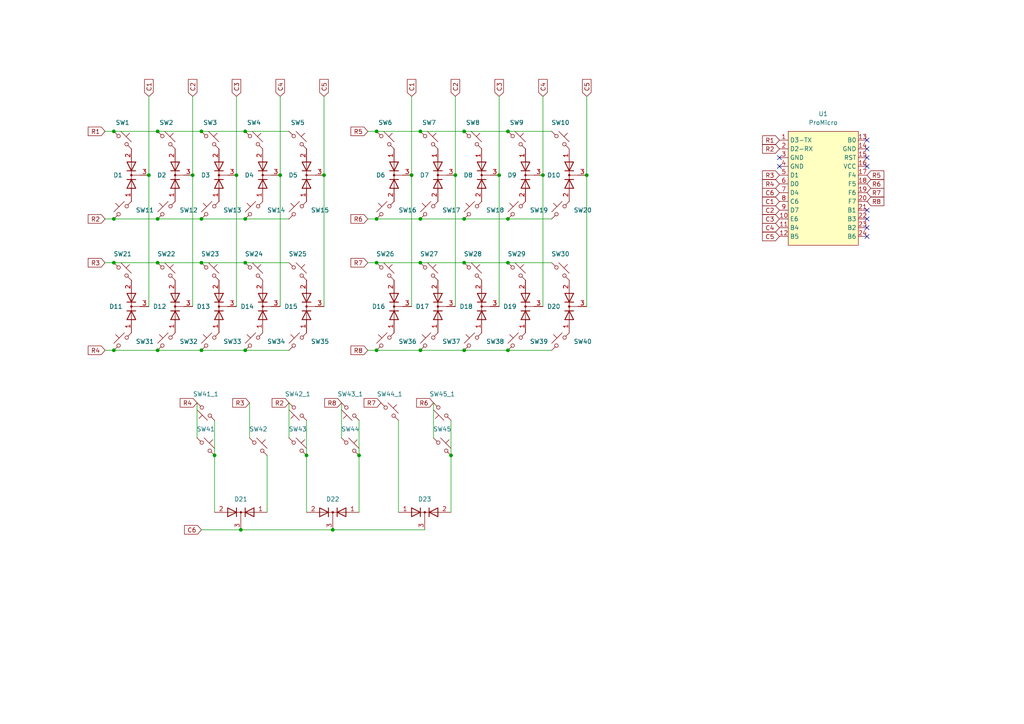
<source format=kicad_sch>
(kicad_sch
	(version 20231120)
	(generator "eeschema")
	(generator_version "8.0")
	(uuid "759fd925-825a-4daf-8537-7345660bb91b")
	(paper "A4")
	(lib_symbols
		(symbol "Diode:BAV70"
			(pin_names hide)
			(exclude_from_sim no)
			(in_bom yes)
			(on_board yes)
			(property "Reference" "D"
				(at 0.635 -2.54 0)
				(effects
					(font
						(size 1.27 1.27)
					)
					(justify left)
				)
			)
			(property "Value" "BAV70"
				(at 0 2.54 0)
				(effects
					(font
						(size 1.27 1.27)
					)
				)
			)
			(property "Footprint" "Package_TO_SOT_SMD:SOT-23"
				(at 0 0 0)
				(effects
					(font
						(size 1.27 1.27)
					)
					(hide yes)
				)
			)
			(property "Datasheet" "https://assets.nexperia.com/documents/data-sheet/BAV70_SER.pdf"
				(at 0 0 0)
				(effects
					(font
						(size 1.27 1.27)
					)
					(hide yes)
				)
			)
			(property "Description" "Dual 100V 215mA high-speed switching diodes, common cathode, SOT-23"
				(at 0 0 0)
				(effects
					(font
						(size 1.27 1.27)
					)
					(hide yes)
				)
			)
			(property "ki_keywords" "diode"
				(at 0 0 0)
				(effects
					(font
						(size 1.27 1.27)
					)
					(hide yes)
				)
			)
			(property "ki_fp_filters" "SOT?23*"
				(at 0 0 0)
				(effects
					(font
						(size 1.27 1.27)
					)
					(hide yes)
				)
			)
			(symbol "BAV70_0_1"
				(polyline
					(pts
						(xy -3.81 0) (xy 3.81 0)
					)
					(stroke
						(width 0)
						(type default)
					)
					(fill
						(type none)
					)
				)
				(polyline
					(pts
						(xy 0 0) (xy 0 -2.54)
					)
					(stroke
						(width 0)
						(type default)
					)
					(fill
						(type none)
					)
				)
				(polyline
					(pts
						(xy -1.27 -1.27) (xy -1.27 1.27) (xy -1.27 1.27)
					)
					(stroke
						(width 0.254)
						(type default)
					)
					(fill
						(type none)
					)
				)
				(polyline
					(pts
						(xy 1.27 -1.27) (xy 1.27 1.27) (xy 1.27 1.27)
					)
					(stroke
						(width 0.254)
						(type default)
					)
					(fill
						(type none)
					)
				)
				(polyline
					(pts
						(xy -3.81 1.27) (xy -1.27 0) (xy -3.81 -1.27) (xy -3.81 1.27) (xy -3.81 1.27) (xy -3.81 1.27)
					)
					(stroke
						(width 0.254)
						(type default)
					)
					(fill
						(type none)
					)
				)
				(polyline
					(pts
						(xy 3.81 -1.27) (xy 1.27 0) (xy 3.81 1.27) (xy 3.81 -1.27) (xy 3.81 -1.27) (xy 3.81 -1.27)
					)
					(stroke
						(width 0.254)
						(type default)
					)
					(fill
						(type none)
					)
				)
				(circle
					(center 0 0)
					(radius 0.254)
					(stroke
						(width 0)
						(type default)
					)
					(fill
						(type outline)
					)
				)
				(pin passive line
					(at -7.62 0 0)
					(length 3.81)
					(name "A"
						(effects
							(font
								(size 1.27 1.27)
							)
						)
					)
					(number "1"
						(effects
							(font
								(size 1.27 1.27)
							)
						)
					)
				)
				(pin passive line
					(at 7.62 0 180)
					(length 3.81)
					(name "A"
						(effects
							(font
								(size 1.27 1.27)
							)
						)
					)
					(number "2"
						(effects
							(font
								(size 1.27 1.27)
							)
						)
					)
				)
				(pin passive line
					(at 0 -5.08 90)
					(length 2.54)
					(name "K"
						(effects
							(font
								(size 1.27 1.27)
							)
						)
					)
					(number "3"
						(effects
							(font
								(size 1.27 1.27)
							)
						)
					)
				)
			)
		)
		(symbol "PCM_marbastlib-promicroish:Arduino_ProMicro"
			(exclude_from_sim no)
			(in_bom no)
			(on_board yes)
			(property "Reference" "U"
				(at 0 20.32 0)
				(effects
					(font
						(size 1.27 1.27)
					)
				)
			)
			(property "Value" "ProMicro"
				(at 0 17.78 0)
				(effects
					(font
						(size 1.27 1.27)
					)
				)
			)
			(property "Footprint" "PCM_marbastlib-xp-promicroish:ProMicro_USBup"
				(at 0 -30.48 0)
				(effects
					(font
						(size 1.27 1.27)
					)
					(hide yes)
				)
			)
			(property "Datasheet" ""
				(at -12.7 13.97 0)
				(effects
					(font
						(size 1.27 1.27)
					)
					(hide yes)
				)
			)
			(property "Description" "Symbol for an Arduino Pro Micro"
				(at 0 0 0)
				(effects
					(font
						(size 1.27 1.27)
					)
					(hide yes)
				)
			)
			(symbol "Arduino_ProMicro_0_0"
				(pin bidirectional line
					(at -12.7 13.97 0)
					(length 2.54)
					(name "D3-TX"
						(effects
							(font
								(size 1.27 1.27)
							)
						)
					)
					(number "1"
						(effects
							(font
								(size 1.27 1.27)
							)
						)
					)
				)
				(pin bidirectional line
					(at -12.7 -8.89 0)
					(length 2.54)
					(name "E6"
						(effects
							(font
								(size 1.27 1.27)
							)
						)
					)
					(number "10"
						(effects
							(font
								(size 1.27 1.27)
							)
						)
					)
				)
				(pin bidirectional line
					(at -12.7 -11.43 0)
					(length 2.54)
					(name "B4"
						(effects
							(font
								(size 1.27 1.27)
							)
						)
					)
					(number "11"
						(effects
							(font
								(size 1.27 1.27)
							)
						)
					)
				)
				(pin bidirectional line
					(at -12.7 -13.97 0)
					(length 2.54)
					(name "B5"
						(effects
							(font
								(size 1.27 1.27)
							)
						)
					)
					(number "12"
						(effects
							(font
								(size 1.27 1.27)
							)
						)
					)
				)
				(pin power_out line
					(at 12.7 11.43 180)
					(length 2.54)
					(name "GND"
						(effects
							(font
								(size 1.27 1.27)
							)
						)
					)
					(number "14"
						(effects
							(font
								(size 1.27 1.27)
							)
						)
					)
				)
				(pin bidirectional line
					(at 12.7 8.89 180)
					(length 2.54)
					(name "RST"
						(effects
							(font
								(size 1.27 1.27)
							)
						)
					)
					(number "15"
						(effects
							(font
								(size 1.27 1.27)
							)
						)
					)
				)
				(pin bidirectional line
					(at 12.7 3.81 180)
					(length 2.54)
					(name "F4"
						(effects
							(font
								(size 1.27 1.27)
							)
						)
					)
					(number "17"
						(effects
							(font
								(size 1.27 1.27)
							)
						)
					)
				)
				(pin bidirectional line
					(at 12.7 1.27 180)
					(length 2.54)
					(name "F5"
						(effects
							(font
								(size 1.27 1.27)
							)
						)
					)
					(number "18"
						(effects
							(font
								(size 1.27 1.27)
							)
						)
					)
				)
				(pin bidirectional line
					(at 12.7 -1.27 180)
					(length 2.54)
					(name "F6"
						(effects
							(font
								(size 1.27 1.27)
							)
						)
					)
					(number "19"
						(effects
							(font
								(size 1.27 1.27)
							)
						)
					)
				)
				(pin bidirectional line
					(at -12.7 11.43 0)
					(length 2.54)
					(name "D2-RX"
						(effects
							(font
								(size 1.27 1.27)
							)
						)
					)
					(number "2"
						(effects
							(font
								(size 1.27 1.27)
							)
						)
					)
				)
				(pin bidirectional line
					(at 12.7 -3.81 180)
					(length 2.54)
					(name "F7"
						(effects
							(font
								(size 1.27 1.27)
							)
						)
					)
					(number "20"
						(effects
							(font
								(size 1.27 1.27)
							)
						)
					)
				)
				(pin bidirectional line
					(at 12.7 -6.35 180)
					(length 2.54)
					(name "B1"
						(effects
							(font
								(size 1.27 1.27)
							)
						)
					)
					(number "21"
						(effects
							(font
								(size 1.27 1.27)
							)
						)
					)
				)
				(pin bidirectional line
					(at 12.7 -8.89 180)
					(length 2.54)
					(name "B3"
						(effects
							(font
								(size 1.27 1.27)
							)
						)
					)
					(number "22"
						(effects
							(font
								(size 1.27 1.27)
							)
						)
					)
				)
				(pin bidirectional line
					(at 12.7 -11.43 180)
					(length 2.54)
					(name "B2"
						(effects
							(font
								(size 1.27 1.27)
							)
						)
					)
					(number "23"
						(effects
							(font
								(size 1.27 1.27)
							)
						)
					)
				)
				(pin bidirectional line
					(at 12.7 -13.97 180)
					(length 2.54)
					(name "B6"
						(effects
							(font
								(size 1.27 1.27)
							)
						)
					)
					(number "24"
						(effects
							(font
								(size 1.27 1.27)
							)
						)
					)
				)
				(pin power_out line
					(at -12.7 8.89 0)
					(length 2.54)
					(name "GND"
						(effects
							(font
								(size 1.27 1.27)
							)
						)
					)
					(number "3"
						(effects
							(font
								(size 1.27 1.27)
							)
						)
					)
				)
				(pin power_out line
					(at -12.7 6.35 0)
					(length 2.54)
					(name "GND"
						(effects
							(font
								(size 1.27 1.27)
							)
						)
					)
					(number "4"
						(effects
							(font
								(size 1.27 1.27)
							)
						)
					)
				)
				(pin bidirectional line
					(at -12.7 3.81 0)
					(length 2.54)
					(name "D1"
						(effects
							(font
								(size 1.27 1.27)
							)
						)
					)
					(number "5"
						(effects
							(font
								(size 1.27 1.27)
							)
						)
					)
				)
				(pin bidirectional line
					(at -12.7 1.27 0)
					(length 2.54)
					(name "D0"
						(effects
							(font
								(size 1.27 1.27)
							)
						)
					)
					(number "6"
						(effects
							(font
								(size 1.27 1.27)
							)
						)
					)
				)
				(pin bidirectional line
					(at -12.7 -1.27 0)
					(length 2.54)
					(name "D4"
						(effects
							(font
								(size 1.27 1.27)
							)
						)
					)
					(number "7"
						(effects
							(font
								(size 1.27 1.27)
							)
						)
					)
				)
				(pin bidirectional line
					(at -12.7 -3.81 0)
					(length 2.54)
					(name "C6"
						(effects
							(font
								(size 1.27 1.27)
							)
						)
					)
					(number "8"
						(effects
							(font
								(size 1.27 1.27)
							)
						)
					)
				)
				(pin bidirectional line
					(at -12.7 -6.35 0)
					(length 2.54)
					(name "D7"
						(effects
							(font
								(size 1.27 1.27)
							)
						)
					)
					(number "9"
						(effects
							(font
								(size 1.27 1.27)
							)
						)
					)
				)
			)
			(symbol "Arduino_ProMicro_1_0"
				(pin bidirectional line
					(at 12.7 13.97 180)
					(length 2.54)
					(name "B0"
						(effects
							(font
								(size 1.27 1.27)
							)
						)
					)
					(number "13"
						(effects
							(font
								(size 1.27 1.27)
							)
						)
					)
				)
				(pin power_out line
					(at 12.7 6.35 180)
					(length 2.54)
					(name "VCC"
						(effects
							(font
								(size 1.27 1.27)
							)
						)
					)
					(number "16"
						(effects
							(font
								(size 1.27 1.27)
							)
						)
					)
				)
			)
			(symbol "Arduino_ProMicro_1_1"
				(rectangle
					(start -10.16 16.51)
					(end 10.16 -16.51)
					(stroke
						(width 0)
						(type default)
					)
					(fill
						(type background)
					)
				)
			)
		)
		(symbol "Switch:SW_Push_45deg"
			(pin_numbers hide)
			(pin_names
				(offset 1.016) hide)
			(exclude_from_sim no)
			(in_bom yes)
			(on_board yes)
			(property "Reference" "SW"
				(at 3.048 1.016 0)
				(effects
					(font
						(size 1.27 1.27)
					)
					(justify left)
				)
			)
			(property "Value" "SW_Push_45deg"
				(at 0 -3.81 0)
				(effects
					(font
						(size 1.27 1.27)
					)
				)
			)
			(property "Footprint" ""
				(at 0 0 0)
				(effects
					(font
						(size 1.27 1.27)
					)
					(hide yes)
				)
			)
			(property "Datasheet" "~"
				(at 0 0 0)
				(effects
					(font
						(size 1.27 1.27)
					)
					(hide yes)
				)
			)
			(property "Description" "Push button switch, normally open, two pins, 45° tilted"
				(at 0 0 0)
				(effects
					(font
						(size 1.27 1.27)
					)
					(hide yes)
				)
			)
			(property "ki_keywords" "switch normally-open pushbutton push-button"
				(at 0 0 0)
				(effects
					(font
						(size 1.27 1.27)
					)
					(hide yes)
				)
			)
			(symbol "SW_Push_45deg_0_1"
				(circle
					(center -1.1684 1.1684)
					(radius 0.508)
					(stroke
						(width 0)
						(type default)
					)
					(fill
						(type none)
					)
				)
				(polyline
					(pts
						(xy -0.508 2.54) (xy 2.54 -0.508)
					)
					(stroke
						(width 0)
						(type default)
					)
					(fill
						(type none)
					)
				)
				(polyline
					(pts
						(xy 1.016 1.016) (xy 2.032 2.032)
					)
					(stroke
						(width 0)
						(type default)
					)
					(fill
						(type none)
					)
				)
				(polyline
					(pts
						(xy -2.54 2.54) (xy -1.524 1.524) (xy -1.524 1.524)
					)
					(stroke
						(width 0)
						(type default)
					)
					(fill
						(type none)
					)
				)
				(polyline
					(pts
						(xy 1.524 -1.524) (xy 2.54 -2.54) (xy 2.54 -2.54) (xy 2.54 -2.54)
					)
					(stroke
						(width 0)
						(type default)
					)
					(fill
						(type none)
					)
				)
				(circle
					(center 1.143 -1.1938)
					(radius 0.508)
					(stroke
						(width 0)
						(type default)
					)
					(fill
						(type none)
					)
				)
				(pin passive line
					(at -2.54 2.54 0)
					(length 0)
					(name "1"
						(effects
							(font
								(size 1.27 1.27)
							)
						)
					)
					(number "1"
						(effects
							(font
								(size 1.27 1.27)
							)
						)
					)
				)
				(pin passive line
					(at 2.54 -2.54 180)
					(length 0)
					(name "2"
						(effects
							(font
								(size 1.27 1.27)
							)
						)
					)
					(number "2"
						(effects
							(font
								(size 1.27 1.27)
							)
						)
					)
				)
			)
		)
	)
	(junction
		(at 147.32 76.2)
		(diameter 0)
		(color 0 0 0 0)
		(uuid "0be08bc5-8da5-45dc-9386-4daec16355a5")
	)
	(junction
		(at 58.42 38.1)
		(diameter 0)
		(color 0 0 0 0)
		(uuid "0d7264f0-762f-40b9-8b26-61722d555b25")
	)
	(junction
		(at 33.02 38.1)
		(diameter 0)
		(color 0 0 0 0)
		(uuid "11fc49ff-467b-4b4b-b780-9ca2e441e0ec")
	)
	(junction
		(at 81.28 50.8)
		(diameter 0)
		(color 0 0 0 0)
		(uuid "13cdfe9f-76cc-4e7a-8646-38fe21ef352d")
	)
	(junction
		(at 71.12 63.5)
		(diameter 0)
		(color 0 0 0 0)
		(uuid "28bf2216-24ba-4a6d-8a84-2153aa3b4cea")
	)
	(junction
		(at 43.18 50.8)
		(diameter 0)
		(color 0 0 0 0)
		(uuid "2eb3670a-27a3-4652-aa77-8f19d114b470")
	)
	(junction
		(at 62.23 132.08)
		(diameter 0)
		(color 0 0 0 0)
		(uuid "2faa07d0-8dbc-41f7-b2d8-db52a1d1a199")
	)
	(junction
		(at 121.92 38.1)
		(diameter 0)
		(color 0 0 0 0)
		(uuid "3d8a25b9-4727-4f7c-8b53-de222b31603f")
	)
	(junction
		(at 96.52 153.67)
		(diameter 0)
		(color 0 0 0 0)
		(uuid "3f57f087-2f29-4808-84fa-28a2f3f5f9d8")
	)
	(junction
		(at 71.12 38.1)
		(diameter 0)
		(color 0 0 0 0)
		(uuid "41f2fcc1-71e2-43a4-8f6d-87c89cdf8ed9")
	)
	(junction
		(at 134.62 76.2)
		(diameter 0)
		(color 0 0 0 0)
		(uuid "4632fdef-aada-4405-bca6-56e6e6fac828")
	)
	(junction
		(at 33.02 101.6)
		(diameter 0)
		(color 0 0 0 0)
		(uuid "4fca8d06-2921-4f3e-8d3a-b6760090b596")
	)
	(junction
		(at 121.92 63.5)
		(diameter 0)
		(color 0 0 0 0)
		(uuid "50af0d05-2cd9-4eb5-9f9e-2c5897c82d38")
	)
	(junction
		(at 68.58 50.8)
		(diameter 0)
		(color 0 0 0 0)
		(uuid "547b3a28-e1b2-4e6b-aa44-eb95601671ce")
	)
	(junction
		(at 121.92 101.6)
		(diameter 0)
		(color 0 0 0 0)
		(uuid "58862a7c-beb8-4ab6-9dab-991f19d82f6f")
	)
	(junction
		(at 109.22 101.6)
		(diameter 0)
		(color 0 0 0 0)
		(uuid "5ab2ae1e-2281-405e-92e5-9ad8e9c0067c")
	)
	(junction
		(at 71.12 76.2)
		(diameter 0)
		(color 0 0 0 0)
		(uuid "5cb00502-d854-4f22-ab24-fd00ab6bcb60")
	)
	(junction
		(at 45.72 38.1)
		(diameter 0)
		(color 0 0 0 0)
		(uuid "5d6c5fc5-0c43-46f4-80d3-be2540309040")
	)
	(junction
		(at 33.02 76.2)
		(diameter 0)
		(color 0 0 0 0)
		(uuid "61c3bea0-f584-439b-b0f2-70668c67fb4c")
	)
	(junction
		(at 71.12 101.6)
		(diameter 0)
		(color 0 0 0 0)
		(uuid "6a6cd67f-ac2d-4e5e-bcec-5aae0e0dc22a")
	)
	(junction
		(at 134.62 101.6)
		(diameter 0)
		(color 0 0 0 0)
		(uuid "6c8aef82-f195-4df1-87e1-a6d561623082")
	)
	(junction
		(at 147.32 101.6)
		(diameter 0)
		(color 0 0 0 0)
		(uuid "72131988-7063-427e-94d6-49898aeedc45")
	)
	(junction
		(at 109.22 76.2)
		(diameter 0)
		(color 0 0 0 0)
		(uuid "80e19f0f-3d8a-4323-9094-de5649028c59")
	)
	(junction
		(at 88.9 132.08)
		(diameter 0)
		(color 0 0 0 0)
		(uuid "8c423106-9db9-48ce-8879-9c219c567e65")
	)
	(junction
		(at 132.08 50.8)
		(diameter 0)
		(color 0 0 0 0)
		(uuid "8da493ab-b6bb-4a50-a0e0-81f07fb61aaa")
	)
	(junction
		(at 119.38 50.8)
		(diameter 0)
		(color 0 0 0 0)
		(uuid "99dc28c6-11d3-421a-830a-e2e2828bf74c")
	)
	(junction
		(at 45.72 76.2)
		(diameter 0)
		(color 0 0 0 0)
		(uuid "9c29f7a2-e832-4b9a-82a5-ddcec6c3a217")
	)
	(junction
		(at 58.42 76.2)
		(diameter 0)
		(color 0 0 0 0)
		(uuid "a3171033-acbc-4be8-ab3f-da7fe779cd2a")
	)
	(junction
		(at 134.62 38.1)
		(diameter 0)
		(color 0 0 0 0)
		(uuid "ae806202-c816-45c5-b459-d20d4fc8715f")
	)
	(junction
		(at 130.81 132.08)
		(diameter 0)
		(color 0 0 0 0)
		(uuid "af842012-1af7-4a8b-bb01-b4c62f519f81")
	)
	(junction
		(at 69.85 153.67)
		(diameter 0)
		(color 0 0 0 0)
		(uuid "b1fad050-2863-4ccb-a1e7-8b82cc1a7fec")
	)
	(junction
		(at 58.42 101.6)
		(diameter 0)
		(color 0 0 0 0)
		(uuid "b7d61bce-521f-499e-bd9c-d86e21df44a9")
	)
	(junction
		(at 109.22 63.5)
		(diameter 0)
		(color 0 0 0 0)
		(uuid "be25853c-9489-4b49-a0ae-58664f12d376")
	)
	(junction
		(at 104.14 132.08)
		(diameter 0)
		(color 0 0 0 0)
		(uuid "c0ecd3ce-c7ca-4ed9-ad40-41417e252603")
	)
	(junction
		(at 109.22 38.1)
		(diameter 0)
		(color 0 0 0 0)
		(uuid "c6e8ee28-59a6-46e8-b12b-61f71819edca")
	)
	(junction
		(at 121.92 76.2)
		(diameter 0)
		(color 0 0 0 0)
		(uuid "ce795635-fb4d-47b1-9a48-3ae6199d83ec")
	)
	(junction
		(at 58.42 63.5)
		(diameter 0)
		(color 0 0 0 0)
		(uuid "ceac4c7b-b543-4c71-bbec-08d2d4331a34")
	)
	(junction
		(at 134.62 63.5)
		(diameter 0)
		(color 0 0 0 0)
		(uuid "d539e685-b5c7-4cc7-af8e-d2f161d16871")
	)
	(junction
		(at 144.78 50.8)
		(diameter 0)
		(color 0 0 0 0)
		(uuid "d768619b-d786-4b96-9907-11634cc4d815")
	)
	(junction
		(at 55.88 50.8)
		(diameter 0)
		(color 0 0 0 0)
		(uuid "da31d048-3ee3-40c3-8790-b902f99049f8")
	)
	(junction
		(at 157.48 50.8)
		(diameter 0)
		(color 0 0 0 0)
		(uuid "ea131d4e-b541-45c8-bd9e-bf2537581193")
	)
	(junction
		(at 170.18 50.8)
		(diameter 0)
		(color 0 0 0 0)
		(uuid "ed7494a1-8758-48a7-b6e5-61348f886b54")
	)
	(junction
		(at 93.98 50.8)
		(diameter 0)
		(color 0 0 0 0)
		(uuid "ef39a12e-f471-4a29-9fe3-eba6ec159c6c")
	)
	(junction
		(at 147.32 38.1)
		(diameter 0)
		(color 0 0 0 0)
		(uuid "f28cac18-2f96-462c-9987-19467d5af107")
	)
	(junction
		(at 45.72 101.6)
		(diameter 0)
		(color 0 0 0 0)
		(uuid "f35298b6-be91-430c-83e0-684ea7cdcfd8")
	)
	(junction
		(at 45.72 63.5)
		(diameter 0)
		(color 0 0 0 0)
		(uuid "fb594aed-5ed0-41a4-9b88-a04fc960a384")
	)
	(junction
		(at 33.02 63.5)
		(diameter 0)
		(color 0 0 0 0)
		(uuid "fbe4a19b-2492-4dac-b131-bce1586afa5e")
	)
	(junction
		(at 147.32 63.5)
		(diameter 0)
		(color 0 0 0 0)
		(uuid "ffb15e38-d1e3-4036-8b0d-dad82cb2e860")
	)
	(no_connect
		(at 226.06 45.72)
		(uuid "125cb2bc-2ee1-4cfd-81ec-c7b2603382b2")
	)
	(no_connect
		(at 251.46 63.5)
		(uuid "2feae5e8-97d1-49d9-b379-e6770f57c725")
	)
	(no_connect
		(at 251.46 66.04)
		(uuid "36a8f6e5-44ec-4f41-9793-3860bb9ade5e")
	)
	(no_connect
		(at 251.46 68.58)
		(uuid "62dcbdad-37e3-4485-b8e7-940de1a5e801")
	)
	(no_connect
		(at 226.06 48.26)
		(uuid "6f3a3581-1004-485e-865a-65f6ce7e2872")
	)
	(no_connect
		(at 251.46 60.96)
		(uuid "7706d251-4f42-4164-93a2-fa31bfe622c3")
	)
	(no_connect
		(at 251.46 43.18)
		(uuid "8f5280c7-e586-42e4-85d7-a6422b196f15")
	)
	(no_connect
		(at 251.46 45.72)
		(uuid "a7a86f28-95e6-4983-8594-daaa1c5c8ff1")
	)
	(no_connect
		(at 251.46 40.64)
		(uuid "c06bbf16-1c85-4b81-8f72-9681bd745951")
	)
	(no_connect
		(at 251.46 48.26)
		(uuid "e1a7eec4-0ee7-49e8-9173-92a5037350af")
	)
	(wire
		(pts
			(xy 132.08 50.8) (xy 132.08 88.9)
		)
		(stroke
			(width 0)
			(type default)
		)
		(uuid "007cdc14-64ce-4481-a8ef-db269f3789dd")
	)
	(wire
		(pts
			(xy 62.23 121.92) (xy 62.23 132.08)
		)
		(stroke
			(width 0)
			(type default)
		)
		(uuid "02eba27b-75bd-40b3-9f26-cf9fcf61f5d5")
	)
	(wire
		(pts
			(xy 33.02 63.5) (xy 45.72 63.5)
		)
		(stroke
			(width 0)
			(type default)
		)
		(uuid "0626b13a-e8e2-49f1-838d-729638e8d011")
	)
	(wire
		(pts
			(xy 71.12 63.5) (xy 83.82 63.5)
		)
		(stroke
			(width 0)
			(type default)
		)
		(uuid "0c14323e-6fcf-47ae-a888-e454698e421e")
	)
	(wire
		(pts
			(xy 147.32 38.1) (xy 160.02 38.1)
		)
		(stroke
			(width 0)
			(type default)
		)
		(uuid "0c295516-d8cb-419c-8455-1cfb7868341e")
	)
	(wire
		(pts
			(xy 130.81 121.92) (xy 130.81 132.08)
		)
		(stroke
			(width 0)
			(type default)
		)
		(uuid "0d78fe13-b0a8-4497-91bf-e7b6e53b4c99")
	)
	(wire
		(pts
			(xy 68.58 50.8) (xy 68.58 88.9)
		)
		(stroke
			(width 0)
			(type default)
		)
		(uuid "1cdb0d40-590f-4d90-a0d3-3f1bb7c8f984")
	)
	(wire
		(pts
			(xy 170.18 27.94) (xy 170.18 50.8)
		)
		(stroke
			(width 0)
			(type default)
		)
		(uuid "1d220ac2-7bbf-48e7-8fe3-c361a4e1b0d0")
	)
	(wire
		(pts
			(xy 132.08 27.94) (xy 132.08 50.8)
		)
		(stroke
			(width 0)
			(type default)
		)
		(uuid "1f79570d-e400-40df-a250-bb4720104540")
	)
	(wire
		(pts
			(xy 58.42 38.1) (xy 71.12 38.1)
		)
		(stroke
			(width 0)
			(type default)
		)
		(uuid "2111b995-87b9-4e0e-a5d5-107d6c381d05")
	)
	(wire
		(pts
			(xy 121.92 63.5) (xy 134.62 63.5)
		)
		(stroke
			(width 0)
			(type default)
		)
		(uuid "2198b053-4807-402c-8980-c4eafa74a7df")
	)
	(wire
		(pts
			(xy 93.98 50.8) (xy 93.98 88.9)
		)
		(stroke
			(width 0)
			(type default)
		)
		(uuid "21a7dd7f-c2f6-4014-9298-26f522a8d306")
	)
	(wire
		(pts
			(xy 170.18 50.8) (xy 170.18 88.9)
		)
		(stroke
			(width 0)
			(type default)
		)
		(uuid "2361744f-9402-4c65-af44-c0572a860411")
	)
	(wire
		(pts
			(xy 121.92 101.6) (xy 134.62 101.6)
		)
		(stroke
			(width 0)
			(type default)
		)
		(uuid "24bb39ac-d2db-4b90-b5fd-feea1837f7f4")
	)
	(wire
		(pts
			(xy 43.18 27.94) (xy 43.18 50.8)
		)
		(stroke
			(width 0)
			(type default)
		)
		(uuid "252b99ee-1124-43ee-84e2-a005b6586f63")
	)
	(wire
		(pts
			(xy 55.88 27.94) (xy 55.88 50.8)
		)
		(stroke
			(width 0)
			(type default)
		)
		(uuid "280279e5-3f9c-4205-877b-6b08b227a939")
	)
	(wire
		(pts
			(xy 115.57 121.92) (xy 115.57 148.59)
		)
		(stroke
			(width 0)
			(type default)
		)
		(uuid "2dd8abe1-0825-4e88-818d-71995b827f88")
	)
	(wire
		(pts
			(xy 147.32 63.5) (xy 160.02 63.5)
		)
		(stroke
			(width 0)
			(type default)
		)
		(uuid "38fc1ae7-631a-40cb-9136-14dac6c31d94")
	)
	(wire
		(pts
			(xy 104.14 121.92) (xy 104.14 132.08)
		)
		(stroke
			(width 0)
			(type default)
		)
		(uuid "390a50cc-f69d-4f46-ac66-fad402443c98")
	)
	(wire
		(pts
			(xy 33.02 38.1) (xy 45.72 38.1)
		)
		(stroke
			(width 0)
			(type default)
		)
		(uuid "3cf35d71-9069-4688-a2c3-2a7c0f9f420a")
	)
	(wire
		(pts
			(xy 121.92 38.1) (xy 134.62 38.1)
		)
		(stroke
			(width 0)
			(type default)
		)
		(uuid "3d18de2e-54c9-4e98-ada2-cf83edd1c255")
	)
	(wire
		(pts
			(xy 62.23 132.08) (xy 62.23 148.59)
		)
		(stroke
			(width 0)
			(type default)
		)
		(uuid "4c0efdd5-ce72-4864-b2fa-9dfa74a9c6ad")
	)
	(wire
		(pts
			(xy 109.22 38.1) (xy 121.92 38.1)
		)
		(stroke
			(width 0)
			(type default)
		)
		(uuid "5667af62-b327-4b5c-97ac-1371bed556bb")
	)
	(wire
		(pts
			(xy 119.38 27.94) (xy 119.38 50.8)
		)
		(stroke
			(width 0)
			(type default)
		)
		(uuid "573052a7-97ec-4c75-89be-72880bcda403")
	)
	(wire
		(pts
			(xy 83.82 116.84) (xy 83.82 127)
		)
		(stroke
			(width 0)
			(type default)
		)
		(uuid "5ce7597f-87b0-470a-a33f-f9624e44e037")
	)
	(wire
		(pts
			(xy 144.78 50.8) (xy 144.78 88.9)
		)
		(stroke
			(width 0)
			(type default)
		)
		(uuid "5f81b325-fb97-4ec8-b2c2-6735901eb79d")
	)
	(wire
		(pts
			(xy 157.48 50.8) (xy 157.48 88.9)
		)
		(stroke
			(width 0)
			(type default)
		)
		(uuid "606ca9c4-ce35-4c31-a45f-2d8c00dd76c1")
	)
	(wire
		(pts
			(xy 30.48 76.2) (xy 33.02 76.2)
		)
		(stroke
			(width 0)
			(type default)
		)
		(uuid "6407f2fa-5767-4c83-a66f-d1685d42fa7e")
	)
	(wire
		(pts
			(xy 43.18 50.8) (xy 43.18 88.9)
		)
		(stroke
			(width 0)
			(type default)
		)
		(uuid "6ad11ffe-9ef6-4b33-b0bf-daa261e5f42d")
	)
	(wire
		(pts
			(xy 57.15 116.84) (xy 57.15 127)
		)
		(stroke
			(width 0)
			(type default)
		)
		(uuid "6b157f4d-7b2f-45f3-a00a-2961f277c399")
	)
	(wire
		(pts
			(xy 30.48 101.6) (xy 33.02 101.6)
		)
		(stroke
			(width 0)
			(type default)
		)
		(uuid "6c3b90af-e374-4a93-b0f7-ed8fd256c94a")
	)
	(wire
		(pts
			(xy 30.48 63.5) (xy 33.02 63.5)
		)
		(stroke
			(width 0)
			(type default)
		)
		(uuid "749ad35f-96d5-4bd2-9887-257766c925c3")
	)
	(wire
		(pts
			(xy 119.38 50.8) (xy 119.38 88.9)
		)
		(stroke
			(width 0)
			(type default)
		)
		(uuid "74de6c48-5723-4b68-b70a-5faf45a1f337")
	)
	(wire
		(pts
			(xy 45.72 101.6) (xy 58.42 101.6)
		)
		(stroke
			(width 0)
			(type default)
		)
		(uuid "79d88440-b442-467e-84b1-43d4938298a1")
	)
	(wire
		(pts
			(xy 109.22 63.5) (xy 121.92 63.5)
		)
		(stroke
			(width 0)
			(type default)
		)
		(uuid "7a731996-6481-45fe-8fe7-7da915c3e2fa")
	)
	(wire
		(pts
			(xy 55.88 50.8) (xy 55.88 88.9)
		)
		(stroke
			(width 0)
			(type default)
		)
		(uuid "7adcd42e-6c62-4923-b457-27ad61f90aed")
	)
	(wire
		(pts
			(xy 88.9 132.08) (xy 88.9 148.59)
		)
		(stroke
			(width 0)
			(type default)
		)
		(uuid "7cfd6920-b84f-4516-ab82-923b3f58cfce")
	)
	(wire
		(pts
			(xy 104.14 132.08) (xy 104.14 148.59)
		)
		(stroke
			(width 0)
			(type default)
		)
		(uuid "83dbfcc4-d2d0-4bea-9f9b-7bc258b1404d")
	)
	(wire
		(pts
			(xy 77.47 132.08) (xy 77.47 148.59)
		)
		(stroke
			(width 0)
			(type default)
		)
		(uuid "86c0d636-ee5e-4e79-848e-f55e47911c80")
	)
	(wire
		(pts
			(xy 109.22 101.6) (xy 121.92 101.6)
		)
		(stroke
			(width 0)
			(type default)
		)
		(uuid "8c48d804-a879-4252-9722-38c85c702f8a")
	)
	(wire
		(pts
			(xy 106.68 38.1) (xy 109.22 38.1)
		)
		(stroke
			(width 0)
			(type default)
		)
		(uuid "8e1e6f80-3471-4bbe-bcdd-e9e692398521")
	)
	(wire
		(pts
			(xy 58.42 63.5) (xy 71.12 63.5)
		)
		(stroke
			(width 0)
			(type default)
		)
		(uuid "8ed2aa39-5c54-4db4-a9da-afb7910e74a8")
	)
	(wire
		(pts
			(xy 81.28 27.94) (xy 81.28 50.8)
		)
		(stroke
			(width 0)
			(type default)
		)
		(uuid "96bf641f-bdb2-4857-9487-e05bdbdaafde")
	)
	(wire
		(pts
			(xy 71.12 76.2) (xy 83.82 76.2)
		)
		(stroke
			(width 0)
			(type default)
		)
		(uuid "9b97aa42-5ba3-434d-88fd-3cb06d11f958")
	)
	(wire
		(pts
			(xy 96.52 153.67) (xy 123.19 153.67)
		)
		(stroke
			(width 0)
			(type default)
		)
		(uuid "a03b8ac8-894e-4803-81ee-8f5c4a9fa577")
	)
	(wire
		(pts
			(xy 109.22 76.2) (xy 121.92 76.2)
		)
		(stroke
			(width 0)
			(type default)
		)
		(uuid "a20b502c-ba40-483d-9eec-8e414ecc0c39")
	)
	(wire
		(pts
			(xy 134.62 63.5) (xy 147.32 63.5)
		)
		(stroke
			(width 0)
			(type default)
		)
		(uuid "a3bdd635-05d4-4f72-b199-483cf77b637d")
	)
	(wire
		(pts
			(xy 125.73 116.84) (xy 125.73 127)
		)
		(stroke
			(width 0)
			(type default)
		)
		(uuid "a5106235-6c7d-4ba9-95b0-b1d5654ca099")
	)
	(wire
		(pts
			(xy 134.62 38.1) (xy 147.32 38.1)
		)
		(stroke
			(width 0)
			(type default)
		)
		(uuid "a63080f0-a0c2-4af8-9852-ac3108372427")
	)
	(wire
		(pts
			(xy 106.68 63.5) (xy 109.22 63.5)
		)
		(stroke
			(width 0)
			(type default)
		)
		(uuid "ab575e32-b17b-4b94-8c03-0bff42e140ef")
	)
	(wire
		(pts
			(xy 144.78 27.94) (xy 144.78 50.8)
		)
		(stroke
			(width 0)
			(type default)
		)
		(uuid "acc68988-8ccd-4354-86b4-f85d3cd3facf")
	)
	(wire
		(pts
			(xy 147.32 76.2) (xy 160.02 76.2)
		)
		(stroke
			(width 0)
			(type default)
		)
		(uuid "ad45e17f-8ab6-4d09-a60a-1eda10cb0dbb")
	)
	(wire
		(pts
			(xy 30.48 38.1) (xy 33.02 38.1)
		)
		(stroke
			(width 0)
			(type default)
		)
		(uuid "b3c0040d-5efa-4b5e-934d-f02d58b21942")
	)
	(wire
		(pts
			(xy 68.58 27.94) (xy 68.58 50.8)
		)
		(stroke
			(width 0)
			(type default)
		)
		(uuid "b6ac900a-bc63-4650-8d9c-9a3ae5938bd9")
	)
	(wire
		(pts
			(xy 58.42 76.2) (xy 71.12 76.2)
		)
		(stroke
			(width 0)
			(type default)
		)
		(uuid "b6e07404-9673-4b80-b5e3-4e3df0e56334")
	)
	(wire
		(pts
			(xy 106.68 76.2) (xy 109.22 76.2)
		)
		(stroke
			(width 0)
			(type default)
		)
		(uuid "b7a82554-f4bb-4adb-a4e1-12fde124b276")
	)
	(wire
		(pts
			(xy 45.72 63.5) (xy 58.42 63.5)
		)
		(stroke
			(width 0)
			(type default)
		)
		(uuid "bcfb238e-ef11-408b-bee6-d8088eeb7d0b")
	)
	(wire
		(pts
			(xy 88.9 121.92) (xy 88.9 132.08)
		)
		(stroke
			(width 0)
			(type default)
		)
		(uuid "bd8c9c36-705e-4813-8f53-bd44e8dd4ea4")
	)
	(wire
		(pts
			(xy 130.81 132.08) (xy 130.81 148.59)
		)
		(stroke
			(width 0)
			(type default)
		)
		(uuid "c152b63c-026d-4e82-b827-b6c8be811cc1")
	)
	(wire
		(pts
			(xy 134.62 76.2) (xy 147.32 76.2)
		)
		(stroke
			(width 0)
			(type default)
		)
		(uuid "c1587ab6-4c27-446d-b963-765daa014398")
	)
	(wire
		(pts
			(xy 157.48 27.94) (xy 157.48 50.8)
		)
		(stroke
			(width 0)
			(type default)
		)
		(uuid "c217f5b9-6edb-474b-ae72-875c4a4de014")
	)
	(wire
		(pts
			(xy 45.72 76.2) (xy 58.42 76.2)
		)
		(stroke
			(width 0)
			(type default)
		)
		(uuid "c417f695-ac4c-45f1-8614-a24d922403c4")
	)
	(wire
		(pts
			(xy 72.39 116.84) (xy 72.39 127)
		)
		(stroke
			(width 0)
			(type default)
		)
		(uuid "c63defe6-6f8b-4dbe-80c0-d119619b0999")
	)
	(wire
		(pts
			(xy 134.62 101.6) (xy 147.32 101.6)
		)
		(stroke
			(width 0)
			(type default)
		)
		(uuid "c687f9c6-c2cb-432e-b57a-847431f41551")
	)
	(wire
		(pts
			(xy 93.98 27.94) (xy 93.98 50.8)
		)
		(stroke
			(width 0)
			(type default)
		)
		(uuid "c8abe679-0713-4216-8b83-14adc795e5f7")
	)
	(wire
		(pts
			(xy 106.68 101.6) (xy 109.22 101.6)
		)
		(stroke
			(width 0)
			(type default)
		)
		(uuid "cadf4b28-91aa-402e-bacb-08697e5b4edc")
	)
	(wire
		(pts
			(xy 81.28 50.8) (xy 81.28 88.9)
		)
		(stroke
			(width 0)
			(type default)
		)
		(uuid "ce50f405-2485-4a2a-b2d4-0517ab164e6e")
	)
	(wire
		(pts
			(xy 33.02 101.6) (xy 45.72 101.6)
		)
		(stroke
			(width 0)
			(type default)
		)
		(uuid "cfdbdf74-1ae5-4d6d-a831-48b1937df9d1")
	)
	(wire
		(pts
			(xy 71.12 101.6) (xy 83.82 101.6)
		)
		(stroke
			(width 0)
			(type default)
		)
		(uuid "d05ddb7a-2415-4f05-a41f-9da78c1c827c")
	)
	(wire
		(pts
			(xy 69.85 153.67) (xy 96.52 153.67)
		)
		(stroke
			(width 0)
			(type default)
		)
		(uuid "d095b8f1-0f80-48b0-87ae-8651137cbf4f")
	)
	(wire
		(pts
			(xy 99.06 116.84) (xy 99.06 127)
		)
		(stroke
			(width 0)
			(type default)
		)
		(uuid "d2cd1af5-6bf6-45cd-8729-14cf24b17a76")
	)
	(wire
		(pts
			(xy 58.42 153.67) (xy 69.85 153.67)
		)
		(stroke
			(width 0)
			(type default)
		)
		(uuid "dacaefc1-3359-4392-9744-f8faf3bff760")
	)
	(wire
		(pts
			(xy 147.32 101.6) (xy 160.02 101.6)
		)
		(stroke
			(width 0)
			(type default)
		)
		(uuid "dcd4389b-5e9f-4a70-a198-e13cdd4071bf")
	)
	(wire
		(pts
			(xy 71.12 38.1) (xy 83.82 38.1)
		)
		(stroke
			(width 0)
			(type default)
		)
		(uuid "e194d370-de0b-4e13-a067-36e17893fb3e")
	)
	(wire
		(pts
			(xy 45.72 38.1) (xy 58.42 38.1)
		)
		(stroke
			(width 0)
			(type default)
		)
		(uuid "ef0e28bc-30af-4822-aba9-8dd82395a731")
	)
	(wire
		(pts
			(xy 33.02 76.2) (xy 45.72 76.2)
		)
		(stroke
			(width 0)
			(type default)
		)
		(uuid "f2be751e-c2b3-4ac2-b1e1-2ab1669d5933")
	)
	(wire
		(pts
			(xy 58.42 101.6) (xy 71.12 101.6)
		)
		(stroke
			(width 0)
			(type default)
		)
		(uuid "fc88d08a-bfa9-4e63-bcde-afcad3f75bb9")
	)
	(wire
		(pts
			(xy 121.92 76.2) (xy 134.62 76.2)
		)
		(stroke
			(width 0)
			(type default)
		)
		(uuid "fe1b3c31-21f6-49d1-8651-61172b70d6da")
	)
	(global_label "R3"
		(shape input)
		(at 72.39 116.84 180)
		(fields_autoplaced yes)
		(effects
			(font
				(size 1.27 1.27)
			)
			(justify right)
		)
		(uuid "0463e060-10a0-41da-8dd0-93baa15d56dc")
		(property "Intersheetrefs" "${INTERSHEET_REFS}"
			(at 66.9253 116.84 0)
			(effects
				(font
					(size 1.27 1.27)
				)
				(justify right)
				(hide yes)
			)
		)
	)
	(global_label "R5"
		(shape input)
		(at 251.46 50.8 0)
		(fields_autoplaced yes)
		(effects
			(font
				(size 1.27 1.27)
			)
			(justify left)
		)
		(uuid "0fdfbdc7-5c8e-4f2e-bc0f-11ef4d25c283")
		(property "Intersheetrefs" "${INTERSHEET_REFS}"
			(at 256.9247 50.8 0)
			(effects
				(font
					(size 1.27 1.27)
				)
				(justify left)
				(hide yes)
			)
		)
	)
	(global_label "C6"
		(shape input)
		(at 226.06 55.88 180)
		(fields_autoplaced yes)
		(effects
			(font
				(size 1.27 1.27)
			)
			(justify right)
		)
		(uuid "170e96af-10c1-45e1-a6d1-0fc5af50a60a")
		(property "Intersheetrefs" "${INTERSHEET_REFS}"
			(at 220.5953 55.88 0)
			(effects
				(font
					(size 1.27 1.27)
				)
				(justify right)
				(hide yes)
			)
		)
	)
	(global_label "R2"
		(shape input)
		(at 226.06 43.18 180)
		(fields_autoplaced yes)
		(effects
			(font
				(size 1.27 1.27)
			)
			(justify right)
		)
		(uuid "18733be4-3197-444c-9b53-1122478ee6bd")
		(property "Intersheetrefs" "${INTERSHEET_REFS}"
			(at 220.5953 43.18 0)
			(effects
				(font
					(size 1.27 1.27)
				)
				(justify right)
				(hide yes)
			)
		)
	)
	(global_label "C5"
		(shape input)
		(at 93.98 27.94 90)
		(fields_autoplaced yes)
		(effects
			(font
				(size 1.27 1.27)
			)
			(justify left)
		)
		(uuid "1c7d6be1-7e4c-4290-802f-c556047434f2")
		(property "Intersheetrefs" "${INTERSHEET_REFS}"
			(at 93.98 22.4753 90)
			(effects
				(font
					(size 1.27 1.27)
				)
				(justify left)
				(hide yes)
			)
		)
	)
	(global_label "R4"
		(shape input)
		(at 57.15 116.84 180)
		(fields_autoplaced yes)
		(effects
			(font
				(size 1.27 1.27)
			)
			(justify right)
		)
		(uuid "1eb22ca7-bfe5-41df-add1-d9e8127d0b72")
		(property "Intersheetrefs" "${INTERSHEET_REFS}"
			(at 51.6853 116.84 0)
			(effects
				(font
					(size 1.27 1.27)
				)
				(justify right)
				(hide yes)
			)
		)
	)
	(global_label "C4"
		(shape input)
		(at 81.28 27.94 90)
		(fields_autoplaced yes)
		(effects
			(font
				(size 1.27 1.27)
			)
			(justify left)
		)
		(uuid "23eec405-d8fd-4f87-ad6a-ddcce166869f")
		(property "Intersheetrefs" "${INTERSHEET_REFS}"
			(at 81.28 22.4753 90)
			(effects
				(font
					(size 1.27 1.27)
				)
				(justify left)
				(hide yes)
			)
		)
	)
	(global_label "R7"
		(shape input)
		(at 106.68 76.2 180)
		(fields_autoplaced yes)
		(effects
			(font
				(size 1.27 1.27)
			)
			(justify right)
		)
		(uuid "2ad18b55-2f72-42ec-9cdb-3dadcf30701d")
		(property "Intersheetrefs" "${INTERSHEET_REFS}"
			(at 101.2153 76.2 0)
			(effects
				(font
					(size 1.27 1.27)
				)
				(justify right)
				(hide yes)
			)
		)
	)
	(global_label "C1"
		(shape input)
		(at 43.18 27.94 90)
		(fields_autoplaced yes)
		(effects
			(font
				(size 1.27 1.27)
			)
			(justify left)
		)
		(uuid "3b9968b2-2814-46b1-997e-3bc10c3c7913")
		(property "Intersheetrefs" "${INTERSHEET_REFS}"
			(at 43.18 22.4753 90)
			(effects
				(font
					(size 1.27 1.27)
				)
				(justify left)
				(hide yes)
			)
		)
	)
	(global_label "R2"
		(shape input)
		(at 30.48 63.5 180)
		(fields_autoplaced yes)
		(effects
			(font
				(size 1.27 1.27)
			)
			(justify right)
		)
		(uuid "490c7315-d1fc-4b1d-8516-295bd1df842d")
		(property "Intersheetrefs" "${INTERSHEET_REFS}"
			(at 25.0153 63.5 0)
			(effects
				(font
					(size 1.27 1.27)
				)
				(justify right)
				(hide yes)
			)
		)
	)
	(global_label "C4"
		(shape input)
		(at 226.06 66.04 180)
		(fields_autoplaced yes)
		(effects
			(font
				(size 1.27 1.27)
			)
			(justify right)
		)
		(uuid "4d533249-ae18-4151-99bf-6568364b90d6")
		(property "Intersheetrefs" "${INTERSHEET_REFS}"
			(at 220.5953 66.04 0)
			(effects
				(font
					(size 1.27 1.27)
				)
				(justify right)
				(hide yes)
			)
		)
	)
	(global_label "R8"
		(shape input)
		(at 251.46 58.42 0)
		(fields_autoplaced yes)
		(effects
			(font
				(size 1.27 1.27)
			)
			(justify left)
		)
		(uuid "4d6b4e98-c132-4e79-beec-5dc214a2f206")
		(property "Intersheetrefs" "${INTERSHEET_REFS}"
			(at 256.9247 58.42 0)
			(effects
				(font
					(size 1.27 1.27)
				)
				(justify left)
				(hide yes)
			)
		)
	)
	(global_label "C3"
		(shape input)
		(at 144.78 27.94 90)
		(fields_autoplaced yes)
		(effects
			(font
				(size 1.27 1.27)
			)
			(justify left)
		)
		(uuid "521e965d-03d8-4841-8580-d8a59ba63c36")
		(property "Intersheetrefs" "${INTERSHEET_REFS}"
			(at 144.78 22.4753 90)
			(effects
				(font
					(size 1.27 1.27)
				)
				(justify left)
				(hide yes)
			)
		)
	)
	(global_label "R2"
		(shape input)
		(at 83.82 116.84 180)
		(fields_autoplaced yes)
		(effects
			(font
				(size 1.27 1.27)
			)
			(justify right)
		)
		(uuid "549829c1-b52c-425b-b0c5-f44a40133adc")
		(property "Intersheetrefs" "${INTERSHEET_REFS}"
			(at 78.3553 116.84 0)
			(effects
				(font
					(size 1.27 1.27)
				)
				(justify right)
				(hide yes)
			)
		)
	)
	(global_label "R3"
		(shape input)
		(at 226.06 50.8 180)
		(fields_autoplaced yes)
		(effects
			(font
				(size 1.27 1.27)
			)
			(justify right)
		)
		(uuid "59bbcd62-2d38-4502-b32a-9ca0b1c9ff66")
		(property "Intersheetrefs" "${INTERSHEET_REFS}"
			(at 220.5953 50.8 0)
			(effects
				(font
					(size 1.27 1.27)
				)
				(justify right)
				(hide yes)
			)
		)
	)
	(global_label "R1"
		(shape input)
		(at 226.06 40.64 180)
		(fields_autoplaced yes)
		(effects
			(font
				(size 1.27 1.27)
			)
			(justify right)
		)
		(uuid "5ace016d-70e1-4fa9-86b1-c8ecab427330")
		(property "Intersheetrefs" "${INTERSHEET_REFS}"
			(at 220.5953 40.64 0)
			(effects
				(font
					(size 1.27 1.27)
				)
				(justify right)
				(hide yes)
			)
		)
	)
	(global_label "R4"
		(shape input)
		(at 226.06 53.34 180)
		(fields_autoplaced yes)
		(effects
			(font
				(size 1.27 1.27)
			)
			(justify right)
		)
		(uuid "5ca69643-fa50-4394-9136-4b8837cac250")
		(property "Intersheetrefs" "${INTERSHEET_REFS}"
			(at 220.5953 53.34 0)
			(effects
				(font
					(size 1.27 1.27)
				)
				(justify right)
				(hide yes)
			)
		)
	)
	(global_label "C2"
		(shape input)
		(at 132.08 27.94 90)
		(fields_autoplaced yes)
		(effects
			(font
				(size 1.27 1.27)
			)
			(justify left)
		)
		(uuid "634df225-555a-4bda-8ba3-2faf371a7b0f")
		(property "Intersheetrefs" "${INTERSHEET_REFS}"
			(at 132.08 22.4753 90)
			(effects
				(font
					(size 1.27 1.27)
				)
				(justify left)
				(hide yes)
			)
		)
	)
	(global_label "C2"
		(shape input)
		(at 55.88 27.94 90)
		(fields_autoplaced yes)
		(effects
			(font
				(size 1.27 1.27)
			)
			(justify left)
		)
		(uuid "663f4aa5-a31e-4c7a-b18d-716fdb971de5")
		(property "Intersheetrefs" "${INTERSHEET_REFS}"
			(at 55.88 22.4753 90)
			(effects
				(font
					(size 1.27 1.27)
				)
				(justify left)
				(hide yes)
			)
		)
	)
	(global_label "C4"
		(shape input)
		(at 157.48 27.94 90)
		(fields_autoplaced yes)
		(effects
			(font
				(size 1.27 1.27)
			)
			(justify left)
		)
		(uuid "68fa959c-ed68-4ebf-8d80-ea8b8e2b63fe")
		(property "Intersheetrefs" "${INTERSHEET_REFS}"
			(at 157.48 22.4753 90)
			(effects
				(font
					(size 1.27 1.27)
				)
				(justify left)
				(hide yes)
			)
		)
	)
	(global_label "R8"
		(shape input)
		(at 99.06 116.84 180)
		(fields_autoplaced yes)
		(effects
			(font
				(size 1.27 1.27)
			)
			(justify right)
		)
		(uuid "7b6afce3-b3b8-4ed3-8738-9b0b34c2b0d4")
		(property "Intersheetrefs" "${INTERSHEET_REFS}"
			(at 93.5953 116.84 0)
			(effects
				(font
					(size 1.27 1.27)
				)
				(justify right)
				(hide yes)
			)
		)
	)
	(global_label "R4"
		(shape input)
		(at 30.48 101.6 180)
		(fields_autoplaced yes)
		(effects
			(font
				(size 1.27 1.27)
			)
			(justify right)
		)
		(uuid "871ee0e0-ff41-4f43-ba32-580dc3f082d3")
		(property "Intersheetrefs" "${INTERSHEET_REFS}"
			(at 25.0153 101.6 0)
			(effects
				(font
					(size 1.27 1.27)
				)
				(justify right)
				(hide yes)
			)
		)
	)
	(global_label "C3"
		(shape input)
		(at 226.06 63.5 180)
		(fields_autoplaced yes)
		(effects
			(font
				(size 1.27 1.27)
			)
			(justify right)
		)
		(uuid "94651d3a-b16b-4ef3-b3fe-6a21c7a8da1b")
		(property "Intersheetrefs" "${INTERSHEET_REFS}"
			(at 220.5953 63.5 0)
			(effects
				(font
					(size 1.27 1.27)
				)
				(justify right)
				(hide yes)
			)
		)
	)
	(global_label "R6"
		(shape input)
		(at 125.73 116.84 180)
		(fields_autoplaced yes)
		(effects
			(font
				(size 1.27 1.27)
			)
			(justify right)
		)
		(uuid "97c168d3-b74e-4cd1-ab91-f059ea528394")
		(property "Intersheetrefs" "${INTERSHEET_REFS}"
			(at 120.2653 116.84 0)
			(effects
				(font
					(size 1.27 1.27)
				)
				(justify right)
				(hide yes)
			)
		)
	)
	(global_label "R7"
		(shape input)
		(at 110.49 116.84 180)
		(fields_autoplaced yes)
		(effects
			(font
				(size 1.27 1.27)
			)
			(justify right)
		)
		(uuid "9c3c5e60-4513-4068-a858-e6c05ee2aee6")
		(property "Intersheetrefs" "${INTERSHEET_REFS}"
			(at 105.0253 116.84 0)
			(effects
				(font
					(size 1.27 1.27)
				)
				(justify right)
				(hide yes)
			)
		)
	)
	(global_label "R8"
		(shape input)
		(at 106.68 101.6 180)
		(fields_autoplaced yes)
		(effects
			(font
				(size 1.27 1.27)
			)
			(justify right)
		)
		(uuid "9c6f6c3d-e725-4bd0-9d5a-da6a48f7c559")
		(property "Intersheetrefs" "${INTERSHEET_REFS}"
			(at 101.2153 101.6 0)
			(effects
				(font
					(size 1.27 1.27)
				)
				(justify right)
				(hide yes)
			)
		)
	)
	(global_label "C6"
		(shape input)
		(at 58.42 153.67 180)
		(fields_autoplaced yes)
		(effects
			(font
				(size 1.27 1.27)
			)
			(justify right)
		)
		(uuid "a3bb3877-0e1f-4828-8be1-b75f4c099e3b")
		(property "Intersheetrefs" "${INTERSHEET_REFS}"
			(at 52.9553 153.67 0)
			(effects
				(font
					(size 1.27 1.27)
				)
				(justify right)
				(hide yes)
			)
		)
	)
	(global_label "R6"
		(shape input)
		(at 251.46 53.34 0)
		(fields_autoplaced yes)
		(effects
			(font
				(size 1.27 1.27)
			)
			(justify left)
		)
		(uuid "a9e96466-6c94-4364-b7d1-d3aec952ac22")
		(property "Intersheetrefs" "${INTERSHEET_REFS}"
			(at 256.9247 53.34 0)
			(effects
				(font
					(size 1.27 1.27)
				)
				(justify left)
				(hide yes)
			)
		)
	)
	(global_label "C1"
		(shape input)
		(at 226.06 58.42 180)
		(fields_autoplaced yes)
		(effects
			(font
				(size 1.27 1.27)
			)
			(justify right)
		)
		(uuid "b91bb8b0-9804-421b-a9cc-dfb833aef02a")
		(property "Intersheetrefs" "${INTERSHEET_REFS}"
			(at 220.5953 58.42 0)
			(effects
				(font
					(size 1.27 1.27)
				)
				(justify right)
				(hide yes)
			)
		)
	)
	(global_label "C3"
		(shape input)
		(at 68.58 27.94 90)
		(fields_autoplaced yes)
		(effects
			(font
				(size 1.27 1.27)
			)
			(justify left)
		)
		(uuid "ba3c6851-27f7-43ec-9b93-ff58a5a64278")
		(property "Intersheetrefs" "${INTERSHEET_REFS}"
			(at 68.58 22.4753 90)
			(effects
				(font
					(size 1.27 1.27)
				)
				(justify left)
				(hide yes)
			)
		)
	)
	(global_label "C5"
		(shape input)
		(at 226.06 68.58 180)
		(fields_autoplaced yes)
		(effects
			(font
				(size 1.27 1.27)
			)
			(justify right)
		)
		(uuid "bb70cee6-aa9a-4b5c-9ee0-2a6643c3e409")
		(property "Intersheetrefs" "${INTERSHEET_REFS}"
			(at 220.5953 68.58 0)
			(effects
				(font
					(size 1.27 1.27)
				)
				(justify right)
				(hide yes)
			)
		)
	)
	(global_label "R3"
		(shape input)
		(at 30.48 76.2 180)
		(fields_autoplaced yes)
		(effects
			(font
				(size 1.27 1.27)
			)
			(justify right)
		)
		(uuid "bd064a54-72d8-460c-b709-b4666b179839")
		(property "Intersheetrefs" "${INTERSHEET_REFS}"
			(at 25.0153 76.2 0)
			(effects
				(font
					(size 1.27 1.27)
				)
				(justify right)
				(hide yes)
			)
		)
	)
	(global_label "C1"
		(shape input)
		(at 119.38 27.94 90)
		(fields_autoplaced yes)
		(effects
			(font
				(size 1.27 1.27)
			)
			(justify left)
		)
		(uuid "e0ac5d99-b58f-4ed3-9f3f-bc379b2083b9")
		(property "Intersheetrefs" "${INTERSHEET_REFS}"
			(at 119.38 22.4753 90)
			(effects
				(font
					(size 1.27 1.27)
				)
				(justify left)
				(hide yes)
			)
		)
	)
	(global_label "R6"
		(shape input)
		(at 106.68 63.5 180)
		(fields_autoplaced yes)
		(effects
			(font
				(size 1.27 1.27)
			)
			(justify right)
		)
		(uuid "e18d441c-47da-4763-ae83-d36bc23b0d95")
		(property "Intersheetrefs" "${INTERSHEET_REFS}"
			(at 101.2153 63.5 0)
			(effects
				(font
					(size 1.27 1.27)
				)
				(justify right)
				(hide yes)
			)
		)
	)
	(global_label "R5"
		(shape input)
		(at 106.68 38.1 180)
		(fields_autoplaced yes)
		(effects
			(font
				(size 1.27 1.27)
			)
			(justify right)
		)
		(uuid "ec5fcf88-be37-4bc8-9c6d-44353758f8a1")
		(property "Intersheetrefs" "${INTERSHEET_REFS}"
			(at 101.2153 38.1 0)
			(effects
				(font
					(size 1.27 1.27)
				)
				(justify right)
				(hide yes)
			)
		)
	)
	(global_label "R1"
		(shape input)
		(at 30.48 38.1 180)
		(fields_autoplaced yes)
		(effects
			(font
				(size 1.27 1.27)
			)
			(justify right)
		)
		(uuid "ef874d6d-2da4-461b-8fc9-dd6c753c292e")
		(property "Intersheetrefs" "${INTERSHEET_REFS}"
			(at 25.0153 38.1 0)
			(effects
				(font
					(size 1.27 1.27)
				)
				(justify right)
				(hide yes)
			)
		)
	)
	(global_label "R7"
		(shape input)
		(at 251.46 55.88 0)
		(fields_autoplaced yes)
		(effects
			(font
				(size 1.27 1.27)
			)
			(justify left)
		)
		(uuid "efd8943b-60c6-4c4f-b995-1a07ddad4048")
		(property "Intersheetrefs" "${INTERSHEET_REFS}"
			(at 256.9247 55.88 0)
			(effects
				(font
					(size 1.27 1.27)
				)
				(justify left)
				(hide yes)
			)
		)
	)
	(global_label "C5"
		(shape input)
		(at 170.18 27.94 90)
		(fields_autoplaced yes)
		(effects
			(font
				(size 1.27 1.27)
			)
			(justify left)
		)
		(uuid "f13856e6-09a9-46c0-9250-4eb11aad7664")
		(property "Intersheetrefs" "${INTERSHEET_REFS}"
			(at 170.18 22.4753 90)
			(effects
				(font
					(size 1.27 1.27)
				)
				(justify left)
				(hide yes)
			)
		)
	)
	(global_label "C2"
		(shape input)
		(at 226.06 60.96 180)
		(fields_autoplaced yes)
		(effects
			(font
				(size 1.27 1.27)
			)
			(justify right)
		)
		(uuid "f67d3ee3-f725-49af-aad9-841965710c99")
		(property "Intersheetrefs" "${INTERSHEET_REFS}"
			(at 220.5953 60.96 0)
			(effects
				(font
					(size 1.27 1.27)
				)
				(justify right)
				(hide yes)
			)
		)
	)
	(symbol
		(lib_id "Diode:BAV70")
		(at 50.8 88.9 90)
		(unit 1)
		(exclude_from_sim no)
		(in_bom yes)
		(on_board yes)
		(dnp no)
		(uuid "008eed5b-2c30-4620-aeec-71503e3f6066")
		(property "Reference" "D12"
			(at 48.26 88.8999 90)
			(effects
				(font
					(size 1.27 1.27)
				)
				(justify left)
			)
		)
		(property "Value" "BAV70"
			(at 48.26 90.1699 90)
			(effects
				(font
					(size 1.27 1.27)
				)
				(justify left)
				(hide yes)
			)
		)
		(property "Footprint" "Package_TO_SOT_SMD:SOT-23"
			(at 50.8 88.9 0)
			(effects
				(font
					(size 1.27 1.27)
				)
				(hide yes)
			)
		)
		(property "Datasheet" "https://assets.nexperia.com/documents/data-sheet/BAV70_SER.pdf"
			(at 50.8 88.9 0)
			(effects
				(font
					(size 1.27 1.27)
				)
				(hide yes)
			)
		)
		(property "Description" "Dual 100V 215mA high-speed switching diodes, common cathode, SOT-23"
			(at 50.8 88.9 0)
			(effects
				(font
					(size 1.27 1.27)
				)
				(hide yes)
			)
		)
		(pin "1"
			(uuid "6eaf69bf-3384-4c54-9e99-94c7d804c0a8")
		)
		(pin "2"
			(uuid "ce897d00-7974-40e6-91f7-99a1f14c247c")
		)
		(pin "3"
			(uuid "87a577ec-773e-4b00-af1c-385080f688ff")
		)
		(instances
			(project "45percent"
				(path "/759fd925-825a-4daf-8537-7345660bb91b"
					(reference "D12")
					(unit 1)
				)
			)
		)
	)
	(symbol
		(lib_id "Switch:SW_Push_45deg")
		(at 86.36 78.74 0)
		(unit 1)
		(exclude_from_sim no)
		(in_bom yes)
		(on_board yes)
		(dnp no)
		(fields_autoplaced yes)
		(uuid "00d9c2c8-6747-44b0-a300-f229672758c2")
		(property "Reference" "SW25"
			(at 86.36 73.66 0)
			(effects
				(font
					(size 1.27 1.27)
				)
			)
		)
		(property "Value" "SW_Push_45deg"
			(at 86.36 73.66 0)
			(effects
				(font
					(size 1.27 1.27)
				)
				(hide yes)
			)
		)
		(property "Footprint" "PCM_marbastlib-mx:SW_MX_1u"
			(at 86.36 78.74 0)
			(effects
				(font
					(size 1.27 1.27)
				)
				(hide yes)
			)
		)
		(property "Datasheet" "~"
			(at 86.36 78.74 0)
			(effects
				(font
					(size 1.27 1.27)
				)
				(hide yes)
			)
		)
		(property "Description" "Push button switch, normally open, two pins, 45° tilted"
			(at 86.36 78.74 0)
			(effects
				(font
					(size 1.27 1.27)
				)
				(hide yes)
			)
		)
		(pin "2"
			(uuid "d073aa86-89ea-43ea-a17c-f90889bb8f96")
		)
		(pin "1"
			(uuid "45f8a442-32e1-4e96-bf52-b01505bb8fd0")
		)
		(instances
			(project "45percent"
				(path "/759fd925-825a-4daf-8537-7345660bb91b"
					(reference "SW25")
					(unit 1)
				)
			)
		)
	)
	(symbol
		(lib_id "Switch:SW_Push_45deg")
		(at 137.16 78.74 0)
		(unit 1)
		(exclude_from_sim no)
		(in_bom yes)
		(on_board yes)
		(dnp no)
		(fields_autoplaced yes)
		(uuid "03319f39-add6-4598-ab0b-c29c8f96da80")
		(property "Reference" "SW28"
			(at 137.16 73.66 0)
			(effects
				(font
					(size 1.27 1.27)
				)
			)
		)
		(property "Value" "SW_Push_45deg"
			(at 137.16 73.66 0)
			(effects
				(font
					(size 1.27 1.27)
				)
				(hide yes)
			)
		)
		(property "Footprint" "PCM_marbastlib-mx:SW_MX_1u"
			(at 137.16 78.74 0)
			(effects
				(font
					(size 1.27 1.27)
				)
				(hide yes)
			)
		)
		(property "Datasheet" "~"
			(at 137.16 78.74 0)
			(effects
				(font
					(size 1.27 1.27)
				)
				(hide yes)
			)
		)
		(property "Description" "Push button switch, normally open, two pins, 45° tilted"
			(at 137.16 78.74 0)
			(effects
				(font
					(size 1.27 1.27)
				)
				(hide yes)
			)
		)
		(pin "2"
			(uuid "e66a9e7e-f45b-46ff-a95a-a6cf58b46e3e")
		)
		(pin "1"
			(uuid "9274a6a5-3507-4040-a594-d476e23b22ba")
		)
		(instances
			(project "45percent"
				(path "/759fd925-825a-4daf-8537-7345660bb91b"
					(reference "SW28")
					(unit 1)
				)
			)
		)
	)
	(symbol
		(lib_id "Switch:SW_Push_45deg")
		(at 48.26 40.64 0)
		(unit 1)
		(exclude_from_sim no)
		(in_bom yes)
		(on_board yes)
		(dnp no)
		(fields_autoplaced yes)
		(uuid "14b45519-226f-4d50-b3cc-b5fcfb0058c2")
		(property "Reference" "SW2"
			(at 48.26 35.56 0)
			(effects
				(font
					(size 1.27 1.27)
				)
			)
		)
		(property "Value" "SW_Push_45deg"
			(at 48.26 35.56 0)
			(effects
				(font
					(size 1.27 1.27)
				)
				(hide yes)
			)
		)
		(property "Footprint" "PCM_marbastlib-mx:SW_MX_1u"
			(at 48.26 40.64 0)
			(effects
				(font
					(size 1.27 1.27)
				)
				(hide yes)
			)
		)
		(property "Datasheet" "~"
			(at 48.26 40.64 0)
			(effects
				(font
					(size 1.27 1.27)
				)
				(hide yes)
			)
		)
		(property "Description" "Push button switch, normally open, two pins, 45° tilted"
			(at 48.26 40.64 0)
			(effects
				(font
					(size 1.27 1.27)
				)
				(hide yes)
			)
		)
		(pin "2"
			(uuid "a7c3f693-9e5b-47d3-a5f7-dcd86c4262bc")
		)
		(pin "1"
			(uuid "d2d3485c-f614-404d-8cf9-8da76a787a97")
		)
		(instances
			(project "45percent"
				(path "/759fd925-825a-4daf-8537-7345660bb91b"
					(reference "SW2")
					(unit 1)
				)
			)
		)
	)
	(symbol
		(lib_id "Switch:SW_Push_45deg")
		(at 60.96 40.64 0)
		(unit 1)
		(exclude_from_sim no)
		(in_bom yes)
		(on_board yes)
		(dnp no)
		(fields_autoplaced yes)
		(uuid "152e5b5e-7226-4be7-823a-39f35fdc3bce")
		(property "Reference" "SW3"
			(at 60.96 35.56 0)
			(effects
				(font
					(size 1.27 1.27)
				)
			)
		)
		(property "Value" "SW_Push_45deg"
			(at 60.96 35.56 0)
			(effects
				(font
					(size 1.27 1.27)
				)
				(hide yes)
			)
		)
		(property "Footprint" "PCM_marbastlib-mx:SW_MX_1u"
			(at 60.96 40.64 0)
			(effects
				(font
					(size 1.27 1.27)
				)
				(hide yes)
			)
		)
		(property "Datasheet" "~"
			(at 60.96 40.64 0)
			(effects
				(font
					(size 1.27 1.27)
				)
				(hide yes)
			)
		)
		(property "Description" "Push button switch, normally open, two pins, 45° tilted"
			(at 60.96 40.64 0)
			(effects
				(font
					(size 1.27 1.27)
				)
				(hide yes)
			)
		)
		(pin "2"
			(uuid "255e2c0f-7721-4eed-9440-c633ec3dc9d9")
		)
		(pin "1"
			(uuid "d444a959-1a5a-45bb-8549-c0d1fbd68975")
		)
		(instances
			(project "45percent"
				(path "/759fd925-825a-4daf-8537-7345660bb91b"
					(reference "SW3")
					(unit 1)
				)
			)
		)
	)
	(symbol
		(lib_id "Diode:BAV70")
		(at 165.1 88.9 90)
		(unit 1)
		(exclude_from_sim no)
		(in_bom yes)
		(on_board yes)
		(dnp no)
		(uuid "16db7192-806c-4ba8-b5be-70c6f125c7c6")
		(property "Reference" "D20"
			(at 162.56 88.8999 90)
			(effects
				(font
					(size 1.27 1.27)
				)
				(justify left)
			)
		)
		(property "Value" "BAV70"
			(at 162.56 90.1699 90)
			(effects
				(font
					(size 1.27 1.27)
				)
				(justify left)
				(hide yes)
			)
		)
		(property "Footprint" "Package_TO_SOT_SMD:SOT-23"
			(at 165.1 88.9 0)
			(effects
				(font
					(size 1.27 1.27)
				)
				(hide yes)
			)
		)
		(property "Datasheet" "https://assets.nexperia.com/documents/data-sheet/BAV70_SER.pdf"
			(at 165.1 88.9 0)
			(effects
				(font
					(size 1.27 1.27)
				)
				(hide yes)
			)
		)
		(property "Description" "Dual 100V 215mA high-speed switching diodes, common cathode, SOT-23"
			(at 165.1 88.9 0)
			(effects
				(font
					(size 1.27 1.27)
				)
				(hide yes)
			)
		)
		(pin "1"
			(uuid "38e2df65-de82-4bb7-bf76-14e19274d1d4")
		)
		(pin "2"
			(uuid "f7be208e-3731-4281-b2ee-f7ff9c71ee23")
		)
		(pin "3"
			(uuid "1636c767-2c69-4fa8-a236-a236b12e3f3a")
		)
		(instances
			(project "45percent"
				(path "/759fd925-825a-4daf-8537-7345660bb91b"
					(reference "D20")
					(unit 1)
				)
			)
		)
	)
	(symbol
		(lib_id "Switch:SW_Push_45deg")
		(at 101.6 119.38 180)
		(unit 1)
		(exclude_from_sim no)
		(in_bom yes)
		(on_board yes)
		(dnp no)
		(fields_autoplaced yes)
		(uuid "18e5ec02-0400-426e-92b4-da8865abfc1e")
		(property "Reference" "SW43_1"
			(at 101.6 114.3 0)
			(effects
				(font
					(size 1.27 1.27)
				)
			)
		)
		(property "Value" "SW_Push_45deg"
			(at 101.6 124.46 0)
			(effects
				(font
					(size 1.27 1.27)
				)
				(hide yes)
			)
		)
		(property "Footprint" "PCM_marbastlib-mx:SW_MX_1u"
			(at 101.6 119.38 0)
			(effects
				(font
					(size 1.27 1.27)
				)
				(hide yes)
			)
		)
		(property "Datasheet" "~"
			(at 101.6 119.38 0)
			(effects
				(font
					(size 1.27 1.27)
				)
				(hide yes)
			)
		)
		(property "Description" "Push button switch, normally open, two pins, 45° tilted"
			(at 101.6 119.38 0)
			(effects
				(font
					(size 1.27 1.27)
				)
				(hide yes)
			)
		)
		(pin "2"
			(uuid "edb8dc2e-7671-42c0-bb5b-a75e8cc2d694")
		)
		(pin "1"
			(uuid "714bfbc6-29f2-492f-af33-5baf3b4da758")
		)
		(instances
			(project "45percent"
				(path "/759fd925-825a-4daf-8537-7345660bb91b"
					(reference "SW43_1")
					(unit 1)
				)
			)
		)
	)
	(symbol
		(lib_id "Switch:SW_Push_45deg")
		(at 73.66 60.96 90)
		(unit 1)
		(exclude_from_sim no)
		(in_bom yes)
		(on_board yes)
		(dnp no)
		(fields_autoplaced yes)
		(uuid "1ce3daea-ce41-4687-9ba0-4846ddf302ff")
		(property "Reference" "SW14"
			(at 77.47 60.9599 90)
			(effects
				(font
					(size 1.27 1.27)
				)
				(justify right)
			)
		)
		(property "Value" "SW_Push_45deg"
			(at 77.47 62.2299 90)
			(effects
				(font
					(size 1.27 1.27)
				)
				(justify right)
				(hide yes)
			)
		)
		(property "Footprint" "PCM_marbastlib-mx:SW_MX_1u"
			(at 73.66 60.96 0)
			(effects
				(font
					(size 1.27 1.27)
				)
				(hide yes)
			)
		)
		(property "Datasheet" "~"
			(at 73.66 60.96 0)
			(effects
				(font
					(size 1.27 1.27)
				)
				(hide yes)
			)
		)
		(property "Description" "Push button switch, normally open, two pins, 45° tilted"
			(at 73.66 60.96 0)
			(effects
				(font
					(size 1.27 1.27)
				)
				(hide yes)
			)
		)
		(pin "2"
			(uuid "52e52ed0-8caf-4a65-91bd-361cd13ec855")
		)
		(pin "1"
			(uuid "4998dd16-bc27-467b-b1e5-7f75f29423bb")
		)
		(instances
			(project "45percent"
				(path "/759fd925-825a-4daf-8537-7345660bb91b"
					(reference "SW14")
					(unit 1)
				)
			)
		)
	)
	(symbol
		(lib_id "Switch:SW_Push_45deg")
		(at 60.96 99.06 90)
		(unit 1)
		(exclude_from_sim no)
		(in_bom yes)
		(on_board yes)
		(dnp no)
		(fields_autoplaced yes)
		(uuid "1d511608-0a7d-4ed8-95ce-20a8ba26530d")
		(property "Reference" "SW33"
			(at 64.77 99.0599 90)
			(effects
				(font
					(size 1.27 1.27)
				)
				(justify right)
			)
		)
		(property "Value" "SW_Push_45deg"
			(at 64.77 100.3299 90)
			(effects
				(font
					(size 1.27 1.27)
				)
				(justify right)
				(hide yes)
			)
		)
		(property "Footprint" "PCM_marbastlib-mx:SW_MX_1u"
			(at 60.96 99.06 0)
			(effects
				(font
					(size 1.27 1.27)
				)
				(hide yes)
			)
		)
		(property "Datasheet" "~"
			(at 60.96 99.06 0)
			(effects
				(font
					(size 1.27 1.27)
				)
				(hide yes)
			)
		)
		(property "Description" "Push button switch, normally open, two pins, 45° tilted"
			(at 60.96 99.06 0)
			(effects
				(font
					(size 1.27 1.27)
				)
				(hide yes)
			)
		)
		(pin "2"
			(uuid "9d2a85eb-8d1b-4a42-ac69-9bb14bb8da89")
		)
		(pin "1"
			(uuid "56edd464-6468-41c0-9fbc-9f3a67b9bff1")
		)
		(instances
			(project "45percent"
				(path "/759fd925-825a-4daf-8537-7345660bb91b"
					(reference "SW33")
					(unit 1)
				)
			)
		)
	)
	(symbol
		(lib_id "Switch:SW_Push_45deg")
		(at 162.56 78.74 0)
		(unit 1)
		(exclude_from_sim no)
		(in_bom yes)
		(on_board yes)
		(dnp no)
		(fields_autoplaced yes)
		(uuid "1f38bc54-1926-4b33-840b-0f1f88bbe8d4")
		(property "Reference" "SW30"
			(at 162.56 73.66 0)
			(effects
				(font
					(size 1.27 1.27)
				)
			)
		)
		(property "Value" "SW_Push_45deg"
			(at 162.56 73.66 0)
			(effects
				(font
					(size 1.27 1.27)
				)
				(hide yes)
			)
		)
		(property "Footprint" "PCM_marbastlib-mx:SW_MX_1u"
			(at 162.56 78.74 0)
			(effects
				(font
					(size 1.27 1.27)
				)
				(hide yes)
			)
		)
		(property "Datasheet" "~"
			(at 162.56 78.74 0)
			(effects
				(font
					(size 1.27 1.27)
				)
				(hide yes)
			)
		)
		(property "Description" "Push button switch, normally open, two pins, 45° tilted"
			(at 162.56 78.74 0)
			(effects
				(font
					(size 1.27 1.27)
				)
				(hide yes)
			)
		)
		(pin "2"
			(uuid "066afbda-ae04-407a-a603-8c6dc41792bf")
		)
		(pin "1"
			(uuid "5e93fc8f-280d-4f7c-b09f-0c1c8434c0ea")
		)
		(instances
			(project "45percent"
				(path "/759fd925-825a-4daf-8537-7345660bb91b"
					(reference "SW30")
					(unit 1)
				)
			)
		)
	)
	(symbol
		(lib_id "Diode:BAV70")
		(at 50.8 50.8 90)
		(unit 1)
		(exclude_from_sim no)
		(in_bom yes)
		(on_board yes)
		(dnp no)
		(uuid "1fedb274-3cb2-4525-ba2f-cc266ae0482e")
		(property "Reference" "D2"
			(at 48.26 50.7999 90)
			(effects
				(font
					(size 1.27 1.27)
				)
				(justify left)
			)
		)
		(property "Value" "BAV70"
			(at 48.26 52.0699 90)
			(effects
				(font
					(size 1.27 1.27)
				)
				(justify left)
				(hide yes)
			)
		)
		(property "Footprint" "Package_TO_SOT_SMD:SOT-23"
			(at 50.8 50.8 0)
			(effects
				(font
					(size 1.27 1.27)
				)
				(hide yes)
			)
		)
		(property "Datasheet" "https://assets.nexperia.com/documents/data-sheet/BAV70_SER.pdf"
			(at 50.8 50.8 0)
			(effects
				(font
					(size 1.27 1.27)
				)
				(hide yes)
			)
		)
		(property "Description" "Dual 100V 215mA high-speed switching diodes, common cathode, SOT-23"
			(at 50.8 50.8 0)
			(effects
				(font
					(size 1.27 1.27)
				)
				(hide yes)
			)
		)
		(pin "1"
			(uuid "33e2f4f2-dd3c-4f8a-885f-d76016a28e84")
		)
		(pin "2"
			(uuid "f86217ef-ed46-4fd3-a7b6-327fd96036ce")
		)
		(pin "3"
			(uuid "f8433879-7e1c-4be3-805a-44c0b49dab2a")
		)
		(instances
			(project "45percent"
				(path "/759fd925-825a-4daf-8537-7345660bb91b"
					(reference "D2")
					(unit 1)
				)
			)
		)
	)
	(symbol
		(lib_id "Diode:BAV70")
		(at 152.4 88.9 90)
		(unit 1)
		(exclude_from_sim no)
		(in_bom yes)
		(on_board yes)
		(dnp no)
		(uuid "2678274b-72da-407e-b13e-c7c4b2c130a9")
		(property "Reference" "D19"
			(at 149.86 88.8999 90)
			(effects
				(font
					(size 1.27 1.27)
				)
				(justify left)
			)
		)
		(property "Value" "BAV70"
			(at 149.86 90.1699 90)
			(effects
				(font
					(size 1.27 1.27)
				)
				(justify left)
				(hide yes)
			)
		)
		(property "Footprint" "Package_TO_SOT_SMD:SOT-23"
			(at 152.4 88.9 0)
			(effects
				(font
					(size 1.27 1.27)
				)
				(hide yes)
			)
		)
		(property "Datasheet" "https://assets.nexperia.com/documents/data-sheet/BAV70_SER.pdf"
			(at 152.4 88.9 0)
			(effects
				(font
					(size 1.27 1.27)
				)
				(hide yes)
			)
		)
		(property "Description" "Dual 100V 215mA high-speed switching diodes, common cathode, SOT-23"
			(at 152.4 88.9 0)
			(effects
				(font
					(size 1.27 1.27)
				)
				(hide yes)
			)
		)
		(pin "1"
			(uuid "34a31710-a73b-4e15-8e00-005807353993")
		)
		(pin "2"
			(uuid "61bb17a5-ab16-4118-ac66-d0d67077cb7b")
		)
		(pin "3"
			(uuid "c58dad0e-ecce-4bd5-970e-876b60549d33")
		)
		(instances
			(project "45percent"
				(path "/759fd925-825a-4daf-8537-7345660bb91b"
					(reference "D19")
					(unit 1)
				)
			)
		)
	)
	(symbol
		(lib_id "Switch:SW_Push_45deg")
		(at 137.16 60.96 90)
		(unit 1)
		(exclude_from_sim no)
		(in_bom yes)
		(on_board yes)
		(dnp no)
		(fields_autoplaced yes)
		(uuid "27f12052-b8d5-4c06-bd7e-2a441ab0956d")
		(property "Reference" "SW18"
			(at 140.97 60.9599 90)
			(effects
				(font
					(size 1.27 1.27)
				)
				(justify right)
			)
		)
		(property "Value" "SW_Push_45deg"
			(at 140.97 62.2299 90)
			(effects
				(font
					(size 1.27 1.27)
				)
				(justify right)
				(hide yes)
			)
		)
		(property "Footprint" "PCM_marbastlib-mx:SW_MX_1u"
			(at 137.16 60.96 0)
			(effects
				(font
					(size 1.27 1.27)
				)
				(hide yes)
			)
		)
		(property "Datasheet" "~"
			(at 137.16 60.96 0)
			(effects
				(font
					(size 1.27 1.27)
				)
				(hide yes)
			)
		)
		(property "Description" "Push button switch, normally open, two pins, 45° tilted"
			(at 137.16 60.96 0)
			(effects
				(font
					(size 1.27 1.27)
				)
				(hide yes)
			)
		)
		(pin "2"
			(uuid "2684ad4c-4a0c-424e-966c-5902c8e769d3")
		)
		(pin "1"
			(uuid "88efb1da-7a3b-4b57-b288-a394db3085d9")
		)
		(instances
			(project "45percent"
				(path "/759fd925-825a-4daf-8537-7345660bb91b"
					(reference "SW18")
					(unit 1)
				)
			)
		)
	)
	(symbol
		(lib_id "Diode:BAV70")
		(at 127 50.8 90)
		(mirror x)
		(unit 1)
		(exclude_from_sim no)
		(in_bom yes)
		(on_board yes)
		(dnp no)
		(uuid "293eebb8-6081-407e-bac4-cda333a0635b")
		(property "Reference" "D7"
			(at 124.46 50.8001 90)
			(effects
				(font
					(size 1.27 1.27)
				)
				(justify left)
			)
		)
		(property "Value" "BAV70"
			(at 124.46 49.5301 90)
			(effects
				(font
					(size 1.27 1.27)
				)
				(justify left)
				(hide yes)
			)
		)
		(property "Footprint" "Package_TO_SOT_SMD:SOT-23"
			(at 127 50.8 0)
			(effects
				(font
					(size 1.27 1.27)
				)
				(hide yes)
			)
		)
		(property "Datasheet" "https://assets.nexperia.com/documents/data-sheet/BAV70_SER.pdf"
			(at 127 50.8 0)
			(effects
				(font
					(size 1.27 1.27)
				)
				(hide yes)
			)
		)
		(property "Description" "Dual 100V 215mA high-speed switching diodes, common cathode, SOT-23"
			(at 127 50.8 0)
			(effects
				(font
					(size 1.27 1.27)
				)
				(hide yes)
			)
		)
		(pin "1"
			(uuid "1fe1aeaf-cb8e-4539-bd9d-e6777b03c7d5")
		)
		(pin "2"
			(uuid "d554eac2-dfd9-423d-ae5d-1ec1b54a1551")
		)
		(pin "3"
			(uuid "707a48ea-378f-498d-bfe8-3a3e0ff58f66")
		)
		(instances
			(project "45percent"
				(path "/759fd925-825a-4daf-8537-7345660bb91b"
					(reference "D7")
					(unit 1)
				)
			)
		)
	)
	(symbol
		(lib_id "Switch:SW_Push_45deg")
		(at 60.96 60.96 90)
		(unit 1)
		(exclude_from_sim no)
		(in_bom yes)
		(on_board yes)
		(dnp no)
		(fields_autoplaced yes)
		(uuid "2e308307-49e8-4d6f-b1bd-915919e2603b")
		(property "Reference" "SW13"
			(at 64.77 60.9599 90)
			(effects
				(font
					(size 1.27 1.27)
				)
				(justify right)
			)
		)
		(property "Value" "SW_Push_45deg"
			(at 64.77 62.2299 90)
			(effects
				(font
					(size 1.27 1.27)
				)
				(justify right)
				(hide yes)
			)
		)
		(property "Footprint" "PCM_marbastlib-mx:SW_MX_1u"
			(at 60.96 60.96 0)
			(effects
				(font
					(size 1.27 1.27)
				)
				(hide yes)
			)
		)
		(property "Datasheet" "~"
			(at 60.96 60.96 0)
			(effects
				(font
					(size 1.27 1.27)
				)
				(hide yes)
			)
		)
		(property "Description" "Push button switch, normally open, two pins, 45° tilted"
			(at 60.96 60.96 0)
			(effects
				(font
					(size 1.27 1.27)
				)
				(hide yes)
			)
		)
		(pin "2"
			(uuid "a38e0ced-d767-4e90-a55c-90f60f8797e2")
		)
		(pin "1"
			(uuid "131f7a82-f1e5-4401-a766-b3c729d3fd60")
		)
		(instances
			(project "45percent"
				(path "/759fd925-825a-4daf-8537-7345660bb91b"
					(reference "SW13")
					(unit 1)
				)
			)
		)
	)
	(symbol
		(lib_id "Diode:BAV70")
		(at 38.1 50.8 90)
		(unit 1)
		(exclude_from_sim no)
		(in_bom yes)
		(on_board yes)
		(dnp no)
		(uuid "2ea98a48-698d-4db2-ab16-8ee5bfd8b1f7")
		(property "Reference" "D1"
			(at 35.56 50.7999 90)
			(effects
				(font
					(size 1.27 1.27)
				)
				(justify left)
			)
		)
		(property "Value" "BAV70"
			(at 35.56 52.0699 90)
			(effects
				(font
					(size 1.27 1.27)
				)
				(justify left)
				(hide yes)
			)
		)
		(property "Footprint" "Package_TO_SOT_SMD:SOT-23"
			(at 38.1 50.8 0)
			(effects
				(font
					(size 1.27 1.27)
				)
				(hide yes)
			)
		)
		(property "Datasheet" "https://assets.nexperia.com/documents/data-sheet/BAV70_SER.pdf"
			(at 38.1 50.8 0)
			(effects
				(font
					(size 1.27 1.27)
				)
				(hide yes)
			)
		)
		(property "Description" "Dual 100V 215mA high-speed switching diodes, common cathode, SOT-23"
			(at 38.1 50.8 0)
			(effects
				(font
					(size 1.27 1.27)
				)
				(hide yes)
			)
		)
		(pin "1"
			(uuid "acc8a13a-c2ad-4d04-8f53-f35960886ae7")
		)
		(pin "2"
			(uuid "1b49c19a-92e3-40e3-a6ea-803da845eaa9")
		)
		(pin "3"
			(uuid "a40f8fc3-25c3-485e-839a-68094420e51e")
		)
		(instances
			(project ""
				(path "/759fd925-825a-4daf-8537-7345660bb91b"
					(reference "D1")
					(unit 1)
				)
			)
		)
	)
	(symbol
		(lib_id "Switch:SW_Push_45deg")
		(at 59.69 119.38 180)
		(unit 1)
		(exclude_from_sim no)
		(in_bom yes)
		(on_board yes)
		(dnp no)
		(fields_autoplaced yes)
		(uuid "2ef92135-83ab-4674-9c63-e349ea5dca00")
		(property "Reference" "SW41_1"
			(at 59.69 114.3 0)
			(effects
				(font
					(size 1.27 1.27)
				)
			)
		)
		(property "Value" "SW_Push_45deg"
			(at 59.69 124.46 0)
			(effects
				(font
					(size 1.27 1.27)
				)
				(hide yes)
			)
		)
		(property "Footprint" "PCM_marbastlib-mx:SW_MX_1u"
			(at 59.69 119.38 0)
			(effects
				(font
					(size 1.27 1.27)
				)
				(hide yes)
			)
		)
		(property "Datasheet" "~"
			(at 59.69 119.38 0)
			(effects
				(font
					(size 1.27 1.27)
				)
				(hide yes)
			)
		)
		(property "Description" "Push button switch, normally open, two pins, 45° tilted"
			(at 59.69 119.38 0)
			(effects
				(font
					(size 1.27 1.27)
				)
				(hide yes)
			)
		)
		(pin "2"
			(uuid "f96d6209-02f6-4a16-b338-e8a7f7d7a177")
		)
		(pin "1"
			(uuid "ee01a4f9-b42e-4ee5-8f5a-9ce80c5cee3a")
		)
		(instances
			(project "45percent"
				(path "/759fd925-825a-4daf-8537-7345660bb91b"
					(reference "SW41_1")
					(unit 1)
				)
			)
		)
	)
	(symbol
		(lib_id "Switch:SW_Push_45deg")
		(at 113.03 119.38 0)
		(unit 1)
		(exclude_from_sim no)
		(in_bom yes)
		(on_board yes)
		(dnp no)
		(fields_autoplaced yes)
		(uuid "33fcf339-9942-4447-ac82-756327662e19")
		(property "Reference" "SW44_1"
			(at 113.03 114.3 0)
			(effects
				(font
					(size 1.27 1.27)
				)
			)
		)
		(property "Value" "SW_Push_45deg"
			(at 113.03 114.3 0)
			(effects
				(font
					(size 1.27 1.27)
				)
				(hide yes)
			)
		)
		(property "Footprint" "PCM_marbastlib-mx:SW_MX_1u"
			(at 113.03 119.38 0)
			(effects
				(font
					(size 1.27 1.27)
				)
				(hide yes)
			)
		)
		(property "Datasheet" "~"
			(at 113.03 119.38 0)
			(effects
				(font
					(size 1.27 1.27)
				)
				(hide yes)
			)
		)
		(property "Description" "Push button switch, normally open, two pins, 45° tilted"
			(at 113.03 119.38 0)
			(effects
				(font
					(size 1.27 1.27)
				)
				(hide yes)
			)
		)
		(pin "2"
			(uuid "d1f5f2dd-9d1e-4457-885f-2c6c15718cbf")
		)
		(pin "1"
			(uuid "980a8d5c-0219-448d-832e-ec417a4d0837")
		)
		(instances
			(project "45percent"
				(path "/759fd925-825a-4daf-8537-7345660bb91b"
					(reference "SW44_1")
					(unit 1)
				)
			)
		)
	)
	(symbol
		(lib_id "Switch:SW_Push_45deg")
		(at 73.66 40.64 0)
		(unit 1)
		(exclude_from_sim no)
		(in_bom yes)
		(on_board yes)
		(dnp no)
		(fields_autoplaced yes)
		(uuid "3450799c-3a89-4500-af3e-1d3d22842653")
		(property "Reference" "SW4"
			(at 73.66 35.56 0)
			(effects
				(font
					(size 1.27 1.27)
				)
			)
		)
		(property "Value" "SW_Push_45deg"
			(at 73.66 35.56 0)
			(effects
				(font
					(size 1.27 1.27)
				)
				(hide yes)
			)
		)
		(property "Footprint" "PCM_marbastlib-mx:SW_MX_1u"
			(at 73.66 40.64 0)
			(effects
				(font
					(size 1.27 1.27)
				)
				(hide yes)
			)
		)
		(property "Datasheet" "~"
			(at 73.66 40.64 0)
			(effects
				(font
					(size 1.27 1.27)
				)
				(hide yes)
			)
		)
		(property "Description" "Push button switch, normally open, two pins, 45° tilted"
			(at 73.66 40.64 0)
			(effects
				(font
					(size 1.27 1.27)
				)
				(hide yes)
			)
		)
		(pin "2"
			(uuid "4917d682-d635-42a3-8270-ce03f761d199")
		)
		(pin "1"
			(uuid "546c1d5d-7b7c-4c1c-abc7-03e3e67adf5b")
		)
		(instances
			(project "45percent"
				(path "/759fd925-825a-4daf-8537-7345660bb91b"
					(reference "SW4")
					(unit 1)
				)
			)
		)
	)
	(symbol
		(lib_id "Diode:BAV70")
		(at 63.5 50.8 90)
		(unit 1)
		(exclude_from_sim no)
		(in_bom yes)
		(on_board yes)
		(dnp no)
		(uuid "36cc0a0f-8cb3-4156-bb04-de0386d7cfbe")
		(property "Reference" "D3"
			(at 60.96 50.7999 90)
			(effects
				(font
					(size 1.27 1.27)
				)
				(justify left)
			)
		)
		(property "Value" "BAV70"
			(at 60.96 52.0699 90)
			(effects
				(font
					(size 1.27 1.27)
				)
				(justify left)
				(hide yes)
			)
		)
		(property "Footprint" "Package_TO_SOT_SMD:SOT-23"
			(at 63.5 50.8 0)
			(effects
				(font
					(size 1.27 1.27)
				)
				(hide yes)
			)
		)
		(property "Datasheet" "https://assets.nexperia.com/documents/data-sheet/BAV70_SER.pdf"
			(at 63.5 50.8 0)
			(effects
				(font
					(size 1.27 1.27)
				)
				(hide yes)
			)
		)
		(property "Description" "Dual 100V 215mA high-speed switching diodes, common cathode, SOT-23"
			(at 63.5 50.8 0)
			(effects
				(font
					(size 1.27 1.27)
				)
				(hide yes)
			)
		)
		(pin "1"
			(uuid "e236fd7c-0900-4a4f-98cc-a1fb70aa7188")
		)
		(pin "2"
			(uuid "3094b749-1488-4c46-8131-55cfc54f8b4f")
		)
		(pin "3"
			(uuid "c587e7ca-3989-4d6f-877e-9493dc9078a6")
		)
		(instances
			(project "45percent"
				(path "/759fd925-825a-4daf-8537-7345660bb91b"
					(reference "D3")
					(unit 1)
				)
			)
		)
	)
	(symbol
		(lib_id "Diode:BAV70")
		(at 69.85 148.59 0)
		(mirror y)
		(unit 1)
		(exclude_from_sim no)
		(in_bom yes)
		(on_board yes)
		(dnp no)
		(uuid "38239c79-db7f-4813-ab29-803d59af1ae3")
		(property "Reference" "D21"
			(at 69.85 144.78 0)
			(effects
				(font
					(size 1.27 1.27)
				)
			)
		)
		(property "Value" "BAV70"
			(at 71.1199 146.05 90)
			(effects
				(font
					(size 1.27 1.27)
				)
				(justify left)
				(hide yes)
			)
		)
		(property "Footprint" "Package_TO_SOT_SMD:SOT-23"
			(at 69.85 148.59 0)
			(effects
				(font
					(size 1.27 1.27)
				)
				(hide yes)
			)
		)
		(property "Datasheet" "https://assets.nexperia.com/documents/data-sheet/BAV70_SER.pdf"
			(at 69.85 148.59 0)
			(effects
				(font
					(size 1.27 1.27)
				)
				(hide yes)
			)
		)
		(property "Description" "Dual 100V 215mA high-speed switching diodes, common cathode, SOT-23"
			(at 69.85 148.59 0)
			(effects
				(font
					(size 1.27 1.27)
				)
				(hide yes)
			)
		)
		(pin "1"
			(uuid "e5a12393-4870-4a9e-ad47-b32689c6779e")
		)
		(pin "2"
			(uuid "6293909b-cc77-4350-9cb1-0b855b222d7e")
		)
		(pin "3"
			(uuid "af8e34a3-aa95-4bc0-8fa7-ad2c58837861")
		)
		(instances
			(project "45percent"
				(path "/759fd925-825a-4daf-8537-7345660bb91b"
					(reference "D21")
					(unit 1)
				)
			)
		)
	)
	(symbol
		(lib_id "Diode:BAV70")
		(at 88.9 88.9 90)
		(unit 1)
		(exclude_from_sim no)
		(in_bom yes)
		(on_board yes)
		(dnp no)
		(uuid "3884b2b7-62f3-4b35-b866-aeca98c188cb")
		(property "Reference" "D15"
			(at 86.36 88.8999 90)
			(effects
				(font
					(size 1.27 1.27)
				)
				(justify left)
			)
		)
		(property "Value" "BAV70"
			(at 86.36 90.1699 90)
			(effects
				(font
					(size 1.27 1.27)
				)
				(justify left)
				(hide yes)
			)
		)
		(property "Footprint" "Package_TO_SOT_SMD:SOT-23"
			(at 88.9 88.9 0)
			(effects
				(font
					(size 1.27 1.27)
				)
				(hide yes)
			)
		)
		(property "Datasheet" "https://assets.nexperia.com/documents/data-sheet/BAV70_SER.pdf"
			(at 88.9 88.9 0)
			(effects
				(font
					(size 1.27 1.27)
				)
				(hide yes)
			)
		)
		(property "Description" "Dual 100V 215mA high-speed switching diodes, common cathode, SOT-23"
			(at 88.9 88.9 0)
			(effects
				(font
					(size 1.27 1.27)
				)
				(hide yes)
			)
		)
		(pin "1"
			(uuid "4c2edbeb-25aa-4984-b9dc-8b37bcc0c843")
		)
		(pin "2"
			(uuid "09083705-72d1-4d2a-921b-601d2193f2eb")
		)
		(pin "3"
			(uuid "0a5a19c6-7943-42db-a231-4425cc5d2eb2")
		)
		(instances
			(project "45percent"
				(path "/759fd925-825a-4daf-8537-7345660bb91b"
					(reference "D15")
					(unit 1)
				)
			)
		)
	)
	(symbol
		(lib_id "Switch:SW_Push_45deg")
		(at 60.96 78.74 0)
		(unit 1)
		(exclude_from_sim no)
		(in_bom yes)
		(on_board yes)
		(dnp no)
		(fields_autoplaced yes)
		(uuid "3c147e06-39ea-4b63-9b5f-b65c2f6a77fc")
		(property "Reference" "SW23"
			(at 60.96 73.66 0)
			(effects
				(font
					(size 1.27 1.27)
				)
			)
		)
		(property "Value" "SW_Push_45deg"
			(at 60.96 73.66 0)
			(effects
				(font
					(size 1.27 1.27)
				)
				(hide yes)
			)
		)
		(property "Footprint" "PCM_marbastlib-mx:SW_MX_1u"
			(at 60.96 78.74 0)
			(effects
				(font
					(size 1.27 1.27)
				)
				(hide yes)
			)
		)
		(property "Datasheet" "~"
			(at 60.96 78.74 0)
			(effects
				(font
					(size 1.27 1.27)
				)
				(hide yes)
			)
		)
		(property "Description" "Push button switch, normally open, two pins, 45° tilted"
			(at 60.96 78.74 0)
			(effects
				(font
					(size 1.27 1.27)
				)
				(hide yes)
			)
		)
		(pin "2"
			(uuid "cdf9eaeb-072e-414e-9fa1-a166a8f7cf01")
		)
		(pin "1"
			(uuid "ead7bd8e-3688-4d0b-94ae-ab8b4f3abb5e")
		)
		(instances
			(project "45percent"
				(path "/759fd925-825a-4daf-8537-7345660bb91b"
					(reference "SW23")
					(unit 1)
				)
			)
		)
	)
	(symbol
		(lib_id "Diode:BAV70")
		(at 38.1 88.9 90)
		(unit 1)
		(exclude_from_sim no)
		(in_bom yes)
		(on_board yes)
		(dnp no)
		(uuid "3c69e87e-34b0-40e4-b56a-8ef95a774d03")
		(property "Reference" "D11"
			(at 35.56 88.8999 90)
			(effects
				(font
					(size 1.27 1.27)
				)
				(justify left)
			)
		)
		(property "Value" "BAV70"
			(at 35.56 90.1699 90)
			(effects
				(font
					(size 1.27 1.27)
				)
				(justify left)
				(hide yes)
			)
		)
		(property "Footprint" "Package_TO_SOT_SMD:SOT-23"
			(at 38.1 88.9 0)
			(effects
				(font
					(size 1.27 1.27)
				)
				(hide yes)
			)
		)
		(property "Datasheet" "https://assets.nexperia.com/documents/data-sheet/BAV70_SER.pdf"
			(at 38.1 88.9 0)
			(effects
				(font
					(size 1.27 1.27)
				)
				(hide yes)
			)
		)
		(property "Description" "Dual 100V 215mA high-speed switching diodes, common cathode, SOT-23"
			(at 38.1 88.9 0)
			(effects
				(font
					(size 1.27 1.27)
				)
				(hide yes)
			)
		)
		(pin "1"
			(uuid "f910db60-478c-4f01-b2a9-d9fd38e566e2")
		)
		(pin "2"
			(uuid "7d52bba3-8130-48b4-aee5-e1dbae794bb4")
		)
		(pin "3"
			(uuid "f612ff73-1c97-4fa0-bcbb-86089a20baea")
		)
		(instances
			(project "45percent"
				(path "/759fd925-825a-4daf-8537-7345660bb91b"
					(reference "D11")
					(unit 1)
				)
			)
		)
	)
	(symbol
		(lib_id "Switch:SW_Push_45deg")
		(at 35.56 60.96 90)
		(unit 1)
		(exclude_from_sim no)
		(in_bom yes)
		(on_board yes)
		(dnp no)
		(fields_autoplaced yes)
		(uuid "40e5d56c-c564-48c2-bfaf-e0ba4c4c4e0b")
		(property "Reference" "SW11"
			(at 39.37 60.9599 90)
			(effects
				(font
					(size 1.27 1.27)
				)
				(justify right)
			)
		)
		(property "Value" "SW_Push_45deg"
			(at 39.37 62.2299 90)
			(effects
				(font
					(size 1.27 1.27)
				)
				(justify right)
				(hide yes)
			)
		)
		(property "Footprint" "PCM_marbastlib-mx:SW_MX_1u"
			(at 35.56 60.96 0)
			(effects
				(font
					(size 1.27 1.27)
				)
				(hide yes)
			)
		)
		(property "Datasheet" "~"
			(at 35.56 60.96 0)
			(effects
				(font
					(size 1.27 1.27)
				)
				(hide yes)
			)
		)
		(property "Description" "Push button switch, normally open, two pins, 45° tilted"
			(at 35.56 60.96 0)
			(effects
				(font
					(size 1.27 1.27)
				)
				(hide yes)
			)
		)
		(pin "2"
			(uuid "41ca98c3-0146-4a22-89f4-51340e8b683a")
		)
		(pin "1"
			(uuid "f8d1cf01-2851-4456-9a2f-b65818a735da")
		)
		(instances
			(project "45percent"
				(path "/759fd925-825a-4daf-8537-7345660bb91b"
					(reference "SW11")
					(unit 1)
				)
			)
		)
	)
	(symbol
		(lib_id "Switch:SW_Push_45deg")
		(at 48.26 78.74 0)
		(unit 1)
		(exclude_from_sim no)
		(in_bom yes)
		(on_board yes)
		(dnp no)
		(fields_autoplaced yes)
		(uuid "454d7817-0b16-4eff-9dc1-b5c97ae99ddc")
		(property "Reference" "SW22"
			(at 48.26 73.66 0)
			(effects
				(font
					(size 1.27 1.27)
				)
			)
		)
		(property "Value" "SW_Push_45deg"
			(at 48.26 73.66 0)
			(effects
				(font
					(size 1.27 1.27)
				)
				(hide yes)
			)
		)
		(property "Footprint" "PCM_marbastlib-mx:SW_MX_1u"
			(at 48.26 78.74 0)
			(effects
				(font
					(size 1.27 1.27)
				)
				(hide yes)
			)
		)
		(property "Datasheet" "~"
			(at 48.26 78.74 0)
			(effects
				(font
					(size 1.27 1.27)
				)
				(hide yes)
			)
		)
		(property "Description" "Push button switch, normally open, two pins, 45° tilted"
			(at 48.26 78.74 0)
			(effects
				(font
					(size 1.27 1.27)
				)
				(hide yes)
			)
		)
		(pin "2"
			(uuid "d472a60e-f90b-472e-bc55-0d7acb53bca5")
		)
		(pin "1"
			(uuid "00955dc0-5478-40f0-82c4-233974ecc8fd")
		)
		(instances
			(project "45percent"
				(path "/759fd925-825a-4daf-8537-7345660bb91b"
					(reference "SW22")
					(unit 1)
				)
			)
		)
	)
	(symbol
		(lib_id "Switch:SW_Push_45deg")
		(at 111.76 99.06 90)
		(unit 1)
		(exclude_from_sim no)
		(in_bom yes)
		(on_board yes)
		(dnp no)
		(fields_autoplaced yes)
		(uuid "470f75f7-94e6-4f72-b66e-e6167e4c800b")
		(property "Reference" "SW36"
			(at 115.57 99.0599 90)
			(effects
				(font
					(size 1.27 1.27)
				)
				(justify right)
			)
		)
		(property "Value" "SW_Push_45deg"
			(at 115.57 100.3299 90)
			(effects
				(font
					(size 1.27 1.27)
				)
				(justify right)
				(hide yes)
			)
		)
		(property "Footprint" "PCM_marbastlib-mx:SW_MX_1u"
			(at 111.76 99.06 0)
			(effects
				(font
					(size 1.27 1.27)
				)
				(hide yes)
			)
		)
		(property "Datasheet" "~"
			(at 111.76 99.06 0)
			(effects
				(font
					(size 1.27 1.27)
				)
				(hide yes)
			)
		)
		(property "Description" "Push button switch, normally open, two pins, 45° tilted"
			(at 111.76 99.06 0)
			(effects
				(font
					(size 1.27 1.27)
				)
				(hide yes)
			)
		)
		(pin "2"
			(uuid "f85813e7-b484-4999-ac0d-759de0c29edc")
		)
		(pin "1"
			(uuid "2816e5b4-131a-4438-ba28-73e7294efa38")
		)
		(instances
			(project "45percent"
				(path "/759fd925-825a-4daf-8537-7345660bb91b"
					(reference "SW36")
					(unit 1)
				)
			)
		)
	)
	(symbol
		(lib_id "Switch:SW_Push_45deg")
		(at 137.16 99.06 90)
		(unit 1)
		(exclude_from_sim no)
		(in_bom yes)
		(on_board yes)
		(dnp no)
		(fields_autoplaced yes)
		(uuid "4f22856f-fc1f-4fd3-b552-494302270565")
		(property "Reference" "SW38"
			(at 140.97 99.0599 90)
			(effects
				(font
					(size 1.27 1.27)
				)
				(justify right)
			)
		)
		(property "Value" "SW_Push_45deg"
			(at 140.97 100.3299 90)
			(effects
				(font
					(size 1.27 1.27)
				)
				(justify right)
				(hide yes)
			)
		)
		(property "Footprint" "PCM_marbastlib-mx:SW_MX_1u"
			(at 137.16 99.06 0)
			(effects
				(font
					(size 1.27 1.27)
				)
				(hide yes)
			)
		)
		(property "Datasheet" "~"
			(at 137.16 99.06 0)
			(effects
				(font
					(size 1.27 1.27)
				)
				(hide yes)
			)
		)
		(property "Description" "Push button switch, normally open, two pins, 45° tilted"
			(at 137.16 99.06 0)
			(effects
				(font
					(size 1.27 1.27)
				)
				(hide yes)
			)
		)
		(pin "2"
			(uuid "c34476bd-deff-4dcf-bed1-1d231d1b3d4e")
		)
		(pin "1"
			(uuid "0b5ff0de-e180-431a-8b10-a7e6dfc22319")
		)
		(instances
			(project "45percent"
				(path "/759fd925-825a-4daf-8537-7345660bb91b"
					(reference "SW38")
					(unit 1)
				)
			)
		)
	)
	(symbol
		(lib_id "Switch:SW_Push_45deg")
		(at 128.27 129.54 0)
		(unit 1)
		(exclude_from_sim no)
		(in_bom yes)
		(on_board yes)
		(dnp no)
		(fields_autoplaced yes)
		(uuid "531dfaa5-0e62-4ce9-9259-a2d308695465")
		(property "Reference" "SW45"
			(at 128.27 124.46 0)
			(effects
				(font
					(size 1.27 1.27)
				)
			)
		)
		(property "Value" "SW_Push_45deg"
			(at 128.27 124.46 0)
			(effects
				(font
					(size 1.27 1.27)
				)
				(hide yes)
			)
		)
		(property "Footprint" "PCM_marbastlib-mx:SW_MX_1u"
			(at 128.27 129.54 0)
			(effects
				(font
					(size 1.27 1.27)
				)
				(hide yes)
			)
		)
		(property "Datasheet" "~"
			(at 128.27 129.54 0)
			(effects
				(font
					(size 1.27 1.27)
				)
				(hide yes)
			)
		)
		(property "Description" "Push button switch, normally open, two pins, 45° tilted"
			(at 128.27 129.54 0)
			(effects
				(font
					(size 1.27 1.27)
				)
				(hide yes)
			)
		)
		(pin "2"
			(uuid "7c64709a-1b45-4d39-9216-43adecd55792")
		)
		(pin "1"
			(uuid "9e01fdc4-c710-4988-b05e-96fc60d913a5")
		)
		(instances
			(project "45percent"
				(path "/759fd925-825a-4daf-8537-7345660bb91b"
					(reference "SW45")
					(unit 1)
				)
			)
		)
	)
	(symbol
		(lib_id "Switch:SW_Push_45deg")
		(at 74.93 129.54 0)
		(unit 1)
		(exclude_from_sim no)
		(in_bom yes)
		(on_board yes)
		(dnp no)
		(fields_autoplaced yes)
		(uuid "537f8735-8ba0-4abf-a922-fa7878b601ed")
		(property "Reference" "SW42"
			(at 74.93 124.46 0)
			(effects
				(font
					(size 1.27 1.27)
				)
			)
		)
		(property "Value" "SW_Push_45deg"
			(at 74.93 124.46 0)
			(effects
				(font
					(size 1.27 1.27)
				)
				(hide yes)
			)
		)
		(property "Footprint" "PCM_marbastlib-mx:SW_MX_1u"
			(at 74.93 129.54 0)
			(effects
				(font
					(size 1.27 1.27)
				)
				(hide yes)
			)
		)
		(property "Datasheet" "~"
			(at 74.93 129.54 0)
			(effects
				(font
					(size 1.27 1.27)
				)
				(hide yes)
			)
		)
		(property "Description" "Push button switch, normally open, two pins, 45° tilted"
			(at 74.93 129.54 0)
			(effects
				(font
					(size 1.27 1.27)
				)
				(hide yes)
			)
		)
		(pin "2"
			(uuid "4784b8d1-d967-4a39-9133-324725fff720")
		)
		(pin "1"
			(uuid "3aa17724-e0b5-49b3-9589-c2aae4431fe5")
		)
		(instances
			(project "45percent"
				(path "/759fd925-825a-4daf-8537-7345660bb91b"
					(reference "SW42")
					(unit 1)
				)
			)
		)
	)
	(symbol
		(lib_id "Diode:BAV70")
		(at 165.1 50.8 90)
		(mirror x)
		(unit 1)
		(exclude_from_sim no)
		(in_bom yes)
		(on_board yes)
		(dnp no)
		(uuid "5413960c-ee36-4962-9151-65cfffc9f816")
		(property "Reference" "D10"
			(at 162.56 50.8001 90)
			(effects
				(font
					(size 1.27 1.27)
				)
				(justify left)
			)
		)
		(property "Value" "BAV70"
			(at 162.56 49.5301 90)
			(effects
				(font
					(size 1.27 1.27)
				)
				(justify left)
				(hide yes)
			)
		)
		(property "Footprint" "Package_TO_SOT_SMD:SOT-23"
			(at 165.1 50.8 0)
			(effects
				(font
					(size 1.27 1.27)
				)
				(hide yes)
			)
		)
		(property "Datasheet" "https://assets.nexperia.com/documents/data-sheet/BAV70_SER.pdf"
			(at 165.1 50.8 0)
			(effects
				(font
					(size 1.27 1.27)
				)
				(hide yes)
			)
		)
		(property "Description" "Dual 100V 215mA high-speed switching diodes, common cathode, SOT-23"
			(at 165.1 50.8 0)
			(effects
				(font
					(size 1.27 1.27)
				)
				(hide yes)
			)
		)
		(pin "1"
			(uuid "87d23a0f-75ef-4682-84fe-2846cddf82eb")
		)
		(pin "2"
			(uuid "d5937226-5529-4b4b-81de-6b548aee0dab")
		)
		(pin "3"
			(uuid "482978c6-6e3d-47c8-8023-0e06d3a7565f")
		)
		(instances
			(project "45percent"
				(path "/759fd925-825a-4daf-8537-7345660bb91b"
					(reference "D10")
					(unit 1)
				)
			)
		)
	)
	(symbol
		(lib_id "Diode:BAV70")
		(at 152.4 50.8 90)
		(mirror x)
		(unit 1)
		(exclude_from_sim no)
		(in_bom yes)
		(on_board yes)
		(dnp no)
		(uuid "55bbae37-4c3f-4bf6-abb1-72c68ece6f38")
		(property "Reference" "D9"
			(at 149.86 50.8001 90)
			(effects
				(font
					(size 1.27 1.27)
				)
				(justify left)
			)
		)
		(property "Value" "BAV70"
			(at 149.86 49.5301 90)
			(effects
				(font
					(size 1.27 1.27)
				)
				(justify left)
				(hide yes)
			)
		)
		(property "Footprint" "Package_TO_SOT_SMD:SOT-23"
			(at 152.4 50.8 0)
			(effects
				(font
					(size 1.27 1.27)
				)
				(hide yes)
			)
		)
		(property "Datasheet" "https://assets.nexperia.com/documents/data-sheet/BAV70_SER.pdf"
			(at 152.4 50.8 0)
			(effects
				(font
					(size 1.27 1.27)
				)
				(hide yes)
			)
		)
		(property "Description" "Dual 100V 215mA high-speed switching diodes, common cathode, SOT-23"
			(at 152.4 50.8 0)
			(effects
				(font
					(size 1.27 1.27)
				)
				(hide yes)
			)
		)
		(pin "1"
			(uuid "42c49415-fab8-4d4e-80ba-f72ecb82ff8a")
		)
		(pin "2"
			(uuid "729ae37e-3571-4331-8e0d-9bd2a1651efa")
		)
		(pin "3"
			(uuid "a6ee6b41-8f12-41cb-8f25-513e1565c0a3")
		)
		(instances
			(project "45percent"
				(path "/759fd925-825a-4daf-8537-7345660bb91b"
					(reference "D9")
					(unit 1)
				)
			)
		)
	)
	(symbol
		(lib_id "Diode:BAV70")
		(at 127 88.9 90)
		(unit 1)
		(exclude_from_sim no)
		(in_bom yes)
		(on_board yes)
		(dnp no)
		(uuid "570958c5-273e-44f5-9555-fa4487044cef")
		(property "Reference" "D17"
			(at 124.46 88.8999 90)
			(effects
				(font
					(size 1.27 1.27)
				)
				(justify left)
			)
		)
		(property "Value" "BAV70"
			(at 124.46 90.1699 90)
			(effects
				(font
					(size 1.27 1.27)
				)
				(justify left)
				(hide yes)
			)
		)
		(property "Footprint" "Package_TO_SOT_SMD:SOT-23"
			(at 127 88.9 0)
			(effects
				(font
					(size 1.27 1.27)
				)
				(hide yes)
			)
		)
		(property "Datasheet" "https://assets.nexperia.com/documents/data-sheet/BAV70_SER.pdf"
			(at 127 88.9 0)
			(effects
				(font
					(size 1.27 1.27)
				)
				(hide yes)
			)
		)
		(property "Description" "Dual 100V 215mA high-speed switching diodes, common cathode, SOT-23"
			(at 127 88.9 0)
			(effects
				(font
					(size 1.27 1.27)
				)
				(hide yes)
			)
		)
		(pin "1"
			(uuid "89056db0-d623-4672-9b39-95222b41bb12")
		)
		(pin "2"
			(uuid "2de83e81-68dd-4f4e-a201-f5eb15db2f6a")
		)
		(pin "3"
			(uuid "a1e567fb-1e1c-478f-bae1-3f432b42c395")
		)
		(instances
			(project "45percent"
				(path "/759fd925-825a-4daf-8537-7345660bb91b"
					(reference "D17")
					(unit 1)
				)
			)
		)
	)
	(symbol
		(lib_id "Diode:BAV70")
		(at 96.52 148.59 0)
		(mirror y)
		(unit 1)
		(exclude_from_sim no)
		(in_bom yes)
		(on_board yes)
		(dnp no)
		(uuid "5c38e34e-77b4-4641-a21c-762ee64a0dfa")
		(property "Reference" "D22"
			(at 96.52 144.78 0)
			(effects
				(font
					(size 1.27 1.27)
				)
			)
		)
		(property "Value" "BAV70"
			(at 97.7899 146.05 90)
			(effects
				(font
					(size 1.27 1.27)
				)
				(justify left)
				(hide yes)
			)
		)
		(property "Footprint" "Package_TO_SOT_SMD:SOT-23"
			(at 96.52 148.59 0)
			(effects
				(font
					(size 1.27 1.27)
				)
				(hide yes)
			)
		)
		(property "Datasheet" "https://assets.nexperia.com/documents/data-sheet/BAV70_SER.pdf"
			(at 96.52 148.59 0)
			(effects
				(font
					(size 1.27 1.27)
				)
				(hide yes)
			)
		)
		(property "Description" "Dual 100V 215mA high-speed switching diodes, common cathode, SOT-23"
			(at 96.52 148.59 0)
			(effects
				(font
					(size 1.27 1.27)
				)
				(hide yes)
			)
		)
		(pin "1"
			(uuid "4bb66bd2-cc2e-48fd-8058-a8ad335333d8")
		)
		(pin "2"
			(uuid "cd28ad5e-89ae-4d48-82f3-d7026d44187a")
		)
		(pin "3"
			(uuid "d3d020eb-6737-47c3-a385-24b12032e42c")
		)
		(instances
			(project "45percent"
				(path "/759fd925-825a-4daf-8537-7345660bb91b"
					(reference "D22")
					(unit 1)
				)
			)
		)
	)
	(symbol
		(lib_id "Diode:BAV70")
		(at 76.2 50.8 90)
		(unit 1)
		(exclude_from_sim no)
		(in_bom yes)
		(on_board yes)
		(dnp no)
		(uuid "5d447dd5-a3f9-4829-a0cb-d4547d7d4d02")
		(property "Reference" "D4"
			(at 73.66 50.7999 90)
			(effects
				(font
					(size 1.27 1.27)
				)
				(justify left)
			)
		)
		(property "Value" "BAV70"
			(at 73.66 52.0699 90)
			(effects
				(font
					(size 1.27 1.27)
				)
				(justify left)
				(hide yes)
			)
		)
		(property "Footprint" "Package_TO_SOT_SMD:SOT-23"
			(at 76.2 50.8 0)
			(effects
				(font
					(size 1.27 1.27)
				)
				(hide yes)
			)
		)
		(property "Datasheet" "https://assets.nexperia.com/documents/data-sheet/BAV70_SER.pdf"
			(at 76.2 50.8 0)
			(effects
				(font
					(size 1.27 1.27)
				)
				(hide yes)
			)
		)
		(property "Description" "Dual 100V 215mA high-speed switching diodes, common cathode, SOT-23"
			(at 76.2 50.8 0)
			(effects
				(font
					(size 1.27 1.27)
				)
				(hide yes)
			)
		)
		(pin "1"
			(uuid "bbc556f8-f502-4984-9268-52c7d064f25e")
		)
		(pin "2"
			(uuid "d18da6ef-2e02-4b79-bef0-c02cca1da85b")
		)
		(pin "3"
			(uuid "bdec9326-7968-4df9-95a1-224f6f391acf")
		)
		(instances
			(project "45percent"
				(path "/759fd925-825a-4daf-8537-7345660bb91b"
					(reference "D4")
					(unit 1)
				)
			)
		)
	)
	(symbol
		(lib_id "Switch:SW_Push_45deg")
		(at 35.56 40.64 0)
		(unit 1)
		(exclude_from_sim no)
		(in_bom yes)
		(on_board yes)
		(dnp no)
		(fields_autoplaced yes)
		(uuid "6094e53d-7c26-4b34-a3f7-72b2fd61aead")
		(property "Reference" "SW1"
			(at 35.56 35.56 0)
			(effects
				(font
					(size 1.27 1.27)
				)
			)
		)
		(property "Value" "SW_Push_45deg"
			(at 35.56 35.56 0)
			(effects
				(font
					(size 1.27 1.27)
				)
				(hide yes)
			)
		)
		(property "Footprint" "PCM_marbastlib-mx:SW_MX_1u"
			(at 35.56 40.64 0)
			(effects
				(font
					(size 1.27 1.27)
				)
				(hide yes)
			)
		)
		(property "Datasheet" "~"
			(at 35.56 40.64 0)
			(effects
				(font
					(size 1.27 1.27)
				)
				(hide yes)
			)
		)
		(property "Description" "Push button switch, normally open, two pins, 45° tilted"
			(at 35.56 40.64 0)
			(effects
				(font
					(size 1.27 1.27)
				)
				(hide yes)
			)
		)
		(pin "2"
			(uuid "81131078-720c-4ef0-a184-fdffdeabb27c")
		)
		(pin "1"
			(uuid "6819e013-c81b-4e75-967e-9e1cc7462ba1")
		)
		(instances
			(project ""
				(path "/759fd925-825a-4daf-8537-7345660bb91b"
					(reference "SW1")
					(unit 1)
				)
			)
		)
	)
	(symbol
		(lib_id "Switch:SW_Push_45deg")
		(at 86.36 129.54 0)
		(unit 1)
		(exclude_from_sim no)
		(in_bom yes)
		(on_board yes)
		(dnp no)
		(fields_autoplaced yes)
		(uuid "68406eb8-78c6-4cd3-8a8a-1b84f3ea8431")
		(property "Reference" "SW43"
			(at 86.36 124.46 0)
			(effects
				(font
					(size 1.27 1.27)
				)
			)
		)
		(property "Value" "SW_Push_45deg"
			(at 86.36 124.46 0)
			(effects
				(font
					(size 1.27 1.27)
				)
				(hide yes)
			)
		)
		(property "Footprint" "PCM_marbastlib-mx:SW_MX_1u"
			(at 86.36 129.54 0)
			(effects
				(font
					(size 1.27 1.27)
				)
				(hide yes)
			)
		)
		(property "Datasheet" "~"
			(at 86.36 129.54 0)
			(effects
				(font
					(size 1.27 1.27)
				)
				(hide yes)
			)
		)
		(property "Description" "Push button switch, normally open, two pins, 45° tilted"
			(at 86.36 129.54 0)
			(effects
				(font
					(size 1.27 1.27)
				)
				(hide yes)
			)
		)
		(pin "2"
			(uuid "65a8fb80-30a7-4b19-8549-23193ea578a9")
		)
		(pin "1"
			(uuid "bd01bcf2-3c63-4694-a07c-3d70d53f2b14")
		)
		(instances
			(project "45percent"
				(path "/759fd925-825a-4daf-8537-7345660bb91b"
					(reference "SW43")
					(unit 1)
				)
			)
		)
	)
	(symbol
		(lib_id "Diode:BAV70")
		(at 114.3 88.9 90)
		(unit 1)
		(exclude_from_sim no)
		(in_bom yes)
		(on_board yes)
		(dnp no)
		(uuid "6ad8b31d-c53e-4fc4-a5f4-9acf98d67eb2")
		(property "Reference" "D16"
			(at 111.76 88.8999 90)
			(effects
				(font
					(size 1.27 1.27)
				)
				(justify left)
			)
		)
		(property "Value" "BAV70"
			(at 111.76 90.1699 90)
			(effects
				(font
					(size 1.27 1.27)
				)
				(justify left)
				(hide yes)
			)
		)
		(property "Footprint" "Package_TO_SOT_SMD:SOT-23"
			(at 114.3 88.9 0)
			(effects
				(font
					(size 1.27 1.27)
				)
				(hide yes)
			)
		)
		(property "Datasheet" "https://assets.nexperia.com/documents/data-sheet/BAV70_SER.pdf"
			(at 114.3 88.9 0)
			(effects
				(font
					(size 1.27 1.27)
				)
				(hide yes)
			)
		)
		(property "Description" "Dual 100V 215mA high-speed switching diodes, common cathode, SOT-23"
			(at 114.3 88.9 0)
			(effects
				(font
					(size 1.27 1.27)
				)
				(hide yes)
			)
		)
		(pin "1"
			(uuid "edfe31ad-451d-4147-8eb0-b02902c69a08")
		)
		(pin "2"
			(uuid "664520df-b083-48b0-b176-3247d2af7d81")
		)
		(pin "3"
			(uuid "e884710e-92f8-43a1-a050-3f573f134ea5")
		)
		(instances
			(project "45percent"
				(path "/759fd925-825a-4daf-8537-7345660bb91b"
					(reference "D16")
					(unit 1)
				)
			)
		)
	)
	(symbol
		(lib_id "Switch:SW_Push_45deg")
		(at 162.56 60.96 90)
		(unit 1)
		(exclude_from_sim no)
		(in_bom yes)
		(on_board yes)
		(dnp no)
		(fields_autoplaced yes)
		(uuid "6f2ed35a-c5a8-46b2-a198-4319e83e9667")
		(property "Reference" "SW20"
			(at 166.37 60.9599 90)
			(effects
				(font
					(size 1.27 1.27)
				)
				(justify right)
			)
		)
		(property "Value" "SW_Push_45deg"
			(at 166.37 62.2299 90)
			(effects
				(font
					(size 1.27 1.27)
				)
				(justify right)
				(hide yes)
			)
		)
		(property "Footprint" "PCM_marbastlib-mx:SW_MX_1u"
			(at 162.56 60.96 0)
			(effects
				(font
					(size 1.27 1.27)
				)
				(hide yes)
			)
		)
		(property "Datasheet" "~"
			(at 162.56 60.96 0)
			(effects
				(font
					(size 1.27 1.27)
				)
				(hide yes)
			)
		)
		(property "Description" "Push button switch, normally open, two pins, 45° tilted"
			(at 162.56 60.96 0)
			(effects
				(font
					(size 1.27 1.27)
				)
				(hide yes)
			)
		)
		(pin "2"
			(uuid "7c7792be-4884-4aca-9f64-e2824d9ab90f")
		)
		(pin "1"
			(uuid "1e7443f5-8bef-47c4-852f-6bb48b4e9c3f")
		)
		(instances
			(project "45percent"
				(path "/759fd925-825a-4daf-8537-7345660bb91b"
					(reference "SW20")
					(unit 1)
				)
			)
		)
	)
	(symbol
		(lib_id "Switch:SW_Push_45deg")
		(at 35.56 99.06 90)
		(unit 1)
		(exclude_from_sim no)
		(in_bom yes)
		(on_board yes)
		(dnp no)
		(fields_autoplaced yes)
		(uuid "7516ac08-ac87-419e-b722-295688aad773")
		(property "Reference" "SW31"
			(at 39.37 99.0599 90)
			(effects
				(font
					(size 1.27 1.27)
				)
				(justify right)
			)
		)
		(property "Value" "SW_Push_45deg"
			(at 39.37 100.3299 90)
			(effects
				(font
					(size 1.27 1.27)
				)
				(justify right)
				(hide yes)
			)
		)
		(property "Footprint" "PCM_marbastlib-mx:SW_MX_1u"
			(at 35.56 99.06 0)
			(effects
				(font
					(size 1.27 1.27)
				)
				(hide yes)
			)
		)
		(property "Datasheet" "~"
			(at 35.56 99.06 0)
			(effects
				(font
					(size 1.27 1.27)
				)
				(hide yes)
			)
		)
		(property "Description" "Push button switch, normally open, two pins, 45° tilted"
			(at 35.56 99.06 0)
			(effects
				(font
					(size 1.27 1.27)
				)
				(hide yes)
			)
		)
		(pin "2"
			(uuid "9151ccd9-27af-4328-ae0c-8efd8726380f")
		)
		(pin "1"
			(uuid "0862520f-b919-4f5a-b91d-8f39c1896070")
		)
		(instances
			(project "45percent"
				(path "/759fd925-825a-4daf-8537-7345660bb91b"
					(reference "SW31")
					(unit 1)
				)
			)
		)
	)
	(symbol
		(lib_id "Switch:SW_Push_45deg")
		(at 149.86 40.64 0)
		(unit 1)
		(exclude_from_sim no)
		(in_bom yes)
		(on_board yes)
		(dnp no)
		(fields_autoplaced yes)
		(uuid "76b1f567-c8a8-433d-91bd-eb7585b132c6")
		(property "Reference" "SW9"
			(at 149.86 35.56 0)
			(effects
				(font
					(size 1.27 1.27)
				)
			)
		)
		(property "Value" "SW_Push_45deg"
			(at 149.86 35.56 0)
			(effects
				(font
					(size 1.27 1.27)
				)
				(hide yes)
			)
		)
		(property "Footprint" "PCM_marbastlib-mx:SW_MX_1u"
			(at 149.86 40.64 0)
			(effects
				(font
					(size 1.27 1.27)
				)
				(hide yes)
			)
		)
		(property "Datasheet" "~"
			(at 149.86 40.64 0)
			(effects
				(font
					(size 1.27 1.27)
				)
				(hide yes)
			)
		)
		(property "Description" "Push button switch, normally open, two pins, 45° tilted"
			(at 149.86 40.64 0)
			(effects
				(font
					(size 1.27 1.27)
				)
				(hide yes)
			)
		)
		(pin "2"
			(uuid "233b9229-07b5-48d0-827e-79f0fc951e4c")
		)
		(pin "1"
			(uuid "a8311a87-1f1d-45a0-b498-a51529003360")
		)
		(instances
			(project "45percent"
				(path "/759fd925-825a-4daf-8537-7345660bb91b"
					(reference "SW9")
					(unit 1)
				)
			)
		)
	)
	(symbol
		(lib_id "Switch:SW_Push_45deg")
		(at 35.56 78.74 0)
		(unit 1)
		(exclude_from_sim no)
		(in_bom yes)
		(on_board yes)
		(dnp no)
		(fields_autoplaced yes)
		(uuid "8562252e-ad19-4432-866c-878eb9672f61")
		(property "Reference" "SW21"
			(at 35.56 73.66 0)
			(effects
				(font
					(size 1.27 1.27)
				)
			)
		)
		(property "Value" "SW_Push_45deg"
			(at 35.56 73.66 0)
			(effects
				(font
					(size 1.27 1.27)
				)
				(hide yes)
			)
		)
		(property "Footprint" "PCM_marbastlib-mx:SW_MX_1u"
			(at 35.56 78.74 0)
			(effects
				(font
					(size 1.27 1.27)
				)
				(hide yes)
			)
		)
		(property "Datasheet" "~"
			(at 35.56 78.74 0)
			(effects
				(font
					(size 1.27 1.27)
				)
				(hide yes)
			)
		)
		(property "Description" "Push button switch, normally open, two pins, 45° tilted"
			(at 35.56 78.74 0)
			(effects
				(font
					(size 1.27 1.27)
				)
				(hide yes)
			)
		)
		(pin "2"
			(uuid "99029fea-efac-4cd1-8f44-756377a8ab58")
		)
		(pin "1"
			(uuid "bdeecc34-c53f-4b0c-bc5b-98a6a215ccd8")
		)
		(instances
			(project "45percent"
				(path "/759fd925-825a-4daf-8537-7345660bb91b"
					(reference "SW21")
					(unit 1)
				)
			)
		)
	)
	(symbol
		(lib_id "Diode:BAV70")
		(at 139.7 50.8 90)
		(mirror x)
		(unit 1)
		(exclude_from_sim no)
		(in_bom yes)
		(on_board yes)
		(dnp no)
		(uuid "9113e719-509d-403b-ac46-084a2b8b97be")
		(property "Reference" "D8"
			(at 137.16 50.8001 90)
			(effects
				(font
					(size 1.27 1.27)
				)
				(justify left)
			)
		)
		(property "Value" "BAV70"
			(at 137.16 49.5301 90)
			(effects
				(font
					(size 1.27 1.27)
				)
				(justify left)
				(hide yes)
			)
		)
		(property "Footprint" "Package_TO_SOT_SMD:SOT-23"
			(at 139.7 50.8 0)
			(effects
				(font
					(size 1.27 1.27)
				)
				(hide yes)
			)
		)
		(property "Datasheet" "https://assets.nexperia.com/documents/data-sheet/BAV70_SER.pdf"
			(at 139.7 50.8 0)
			(effects
				(font
					(size 1.27 1.27)
				)
				(hide yes)
			)
		)
		(property "Description" "Dual 100V 215mA high-speed switching diodes, common cathode, SOT-23"
			(at 139.7 50.8 0)
			(effects
				(font
					(size 1.27 1.27)
				)
				(hide yes)
			)
		)
		(pin "1"
			(uuid "7effcf6f-0925-4701-a247-476ef9f71156")
		)
		(pin "2"
			(uuid "a02c3512-8ff2-4134-855e-609f93873062")
		)
		(pin "3"
			(uuid "638ecb65-98fa-474a-9be2-c409733285d6")
		)
		(instances
			(project "45percent"
				(path "/759fd925-825a-4daf-8537-7345660bb91b"
					(reference "D8")
					(unit 1)
				)
			)
		)
	)
	(symbol
		(lib_id "Switch:SW_Push_45deg")
		(at 111.76 78.74 0)
		(unit 1)
		(exclude_from_sim no)
		(in_bom yes)
		(on_board yes)
		(dnp no)
		(fields_autoplaced yes)
		(uuid "91d8ed8a-19e2-4f90-bdb2-57e73ca53801")
		(property "Reference" "SW26"
			(at 111.76 73.66 0)
			(effects
				(font
					(size 1.27 1.27)
				)
			)
		)
		(property "Value" "SW_Push_45deg"
			(at 111.76 73.66 0)
			(effects
				(font
					(size 1.27 1.27)
				)
				(hide yes)
			)
		)
		(property "Footprint" "PCM_marbastlib-mx:SW_MX_1u"
			(at 111.76 78.74 0)
			(effects
				(font
					(size 1.27 1.27)
				)
				(hide yes)
			)
		)
		(property "Datasheet" "~"
			(at 111.76 78.74 0)
			(effects
				(font
					(size 1.27 1.27)
				)
				(hide yes)
			)
		)
		(property "Description" "Push button switch, normally open, two pins, 45° tilted"
			(at 111.76 78.74 0)
			(effects
				(font
					(size 1.27 1.27)
				)
				(hide yes)
			)
		)
		(pin "2"
			(uuid "cb1c9149-4cbe-40f9-a157-e73d9f3feeb7")
		)
		(pin "1"
			(uuid "c6071e92-7389-4844-8824-ad3bfceb21c7")
		)
		(instances
			(project "45percent"
				(path "/759fd925-825a-4daf-8537-7345660bb91b"
					(reference "SW26")
					(unit 1)
				)
			)
		)
	)
	(symbol
		(lib_id "Switch:SW_Push_45deg")
		(at 162.56 40.64 0)
		(unit 1)
		(exclude_from_sim no)
		(in_bom yes)
		(on_board yes)
		(dnp no)
		(fields_autoplaced yes)
		(uuid "98faad2d-0f33-4162-b6ba-0a2e484e1a5c")
		(property "Reference" "SW10"
			(at 162.56 35.56 0)
			(effects
				(font
					(size 1.27 1.27)
				)
			)
		)
		(property "Value" "SW_Push_45deg"
			(at 162.56 35.56 0)
			(effects
				(font
					(size 1.27 1.27)
				)
				(hide yes)
			)
		)
		(property "Footprint" "PCM_marbastlib-mx:SW_MX_1u"
			(at 162.56 40.64 0)
			(effects
				(font
					(size 1.27 1.27)
				)
				(hide yes)
			)
		)
		(property "Datasheet" "~"
			(at 162.56 40.64 0)
			(effects
				(font
					(size 1.27 1.27)
				)
				(hide yes)
			)
		)
		(property "Description" "Push button switch, normally open, two pins, 45° tilted"
			(at 162.56 40.64 0)
			(effects
				(font
					(size 1.27 1.27)
				)
				(hide yes)
			)
		)
		(pin "2"
			(uuid "49a7c2d2-2c30-406a-88ef-c390c042af0e")
		)
		(pin "1"
			(uuid "c8a7a580-9f62-4f2d-a960-1fe21c11503d")
		)
		(instances
			(project "45percent"
				(path "/759fd925-825a-4daf-8537-7345660bb91b"
					(reference "SW10")
					(unit 1)
				)
			)
		)
	)
	(symbol
		(lib_id "Diode:BAV70")
		(at 139.7 88.9 90)
		(unit 1)
		(exclude_from_sim no)
		(in_bom yes)
		(on_board yes)
		(dnp no)
		(uuid "a47dc576-0caa-449d-9e94-716b4887e208")
		(property "Reference" "D18"
			(at 137.16 88.8999 90)
			(effects
				(font
					(size 1.27 1.27)
				)
				(justify left)
			)
		)
		(property "Value" "BAV70"
			(at 137.16 90.1699 90)
			(effects
				(font
					(size 1.27 1.27)
				)
				(justify left)
				(hide yes)
			)
		)
		(property "Footprint" "Package_TO_SOT_SMD:SOT-23"
			(at 139.7 88.9 0)
			(effects
				(font
					(size 1.27 1.27)
				)
				(hide yes)
			)
		)
		(property "Datasheet" "https://assets.nexperia.com/documents/data-sheet/BAV70_SER.pdf"
			(at 139.7 88.9 0)
			(effects
				(font
					(size 1.27 1.27)
				)
				(hide yes)
			)
		)
		(property "Description" "Dual 100V 215mA high-speed switching diodes, common cathode, SOT-23"
			(at 139.7 88.9 0)
			(effects
				(font
					(size 1.27 1.27)
				)
				(hide yes)
			)
		)
		(pin "1"
			(uuid "fbf476e7-150e-46a0-8b6e-ef72a156abb0")
		)
		(pin "2"
			(uuid "a627ca14-32a0-45d6-8e37-8949717beaf7")
		)
		(pin "3"
			(uuid "a4acc42d-b554-43db-a35e-cff635ba2b5f")
		)
		(instances
			(project "45percent"
				(path "/759fd925-825a-4daf-8537-7345660bb91b"
					(reference "D18")
					(unit 1)
				)
			)
		)
	)
	(symbol
		(lib_id "Switch:SW_Push_45deg")
		(at 124.46 78.74 0)
		(unit 1)
		(exclude_from_sim no)
		(in_bom yes)
		(on_board yes)
		(dnp no)
		(fields_autoplaced yes)
		(uuid "a4cbe4f3-5408-4cec-b897-a095c8e42727")
		(property "Reference" "SW27"
			(at 124.46 73.66 0)
			(effects
				(font
					(size 1.27 1.27)
				)
			)
		)
		(property "Value" "SW_Push_45deg"
			(at 124.46 73.66 0)
			(effects
				(font
					(size 1.27 1.27)
				)
				(hide yes)
			)
		)
		(property "Footprint" "PCM_marbastlib-mx:SW_MX_1u"
			(at 124.46 78.74 0)
			(effects
				(font
					(size 1.27 1.27)
				)
				(hide yes)
			)
		)
		(property "Datasheet" "~"
			(at 124.46 78.74 0)
			(effects
				(font
					(size 1.27 1.27)
				)
				(hide yes)
			)
		)
		(property "Description" "Push button switch, normally open, two pins, 45° tilted"
			(at 124.46 78.74 0)
			(effects
				(font
					(size 1.27 1.27)
				)
				(hide yes)
			)
		)
		(pin "2"
			(uuid "869fed3a-66cc-4273-ac71-059d4e53676e")
		)
		(pin "1"
			(uuid "d88a8d32-7ff4-44e1-8600-640467561ad9")
		)
		(instances
			(project "45percent"
				(path "/759fd925-825a-4daf-8537-7345660bb91b"
					(reference "SW27")
					(unit 1)
				)
			)
		)
	)
	(symbol
		(lib_id "Switch:SW_Push_45deg")
		(at 86.36 99.06 90)
		(unit 1)
		(exclude_from_sim no)
		(in_bom yes)
		(on_board yes)
		(dnp no)
		(fields_autoplaced yes)
		(uuid "a6ab98bb-388e-4b4b-8a66-ccf5c9088d16")
		(property "Reference" "SW35"
			(at 90.17 99.0599 90)
			(effects
				(font
					(size 1.27 1.27)
				)
				(justify right)
			)
		)
		(property "Value" "SW_Push_45deg"
			(at 90.17 100.3299 90)
			(effects
				(font
					(size 1.27 1.27)
				)
				(justify right)
				(hide yes)
			)
		)
		(property "Footprint" "PCM_marbastlib-mx:SW_MX_1u"
			(at 86.36 99.06 0)
			(effects
				(font
					(size 1.27 1.27)
				)
				(hide yes)
			)
		)
		(property "Datasheet" "~"
			(at 86.36 99.06 0)
			(effects
				(font
					(size 1.27 1.27)
				)
				(hide yes)
			)
		)
		(property "Description" "Push button switch, normally open, two pins, 45° tilted"
			(at 86.36 99.06 0)
			(effects
				(font
					(size 1.27 1.27)
				)
				(hide yes)
			)
		)
		(pin "2"
			(uuid "d003925e-00ac-4db5-abd4-33deff31614a")
		)
		(pin "1"
			(uuid "777ecafe-633e-42ea-a08e-09b5f3c5dd72")
		)
		(instances
			(project "45percent"
				(path "/759fd925-825a-4daf-8537-7345660bb91b"
					(reference "SW35")
					(unit 1)
				)
			)
		)
	)
	(symbol
		(lib_id "Diode:BAV70")
		(at 88.9 50.8 90)
		(unit 1)
		(exclude_from_sim no)
		(in_bom yes)
		(on_board yes)
		(dnp no)
		(uuid "a93e6ef4-7ea5-4489-9890-713bb4f5411c")
		(property "Reference" "D5"
			(at 86.36 50.7999 90)
			(effects
				(font
					(size 1.27 1.27)
				)
				(justify left)
			)
		)
		(property "Value" "BAV70"
			(at 86.36 52.0699 90)
			(effects
				(font
					(size 1.27 1.27)
				)
				(justify left)
				(hide yes)
			)
		)
		(property "Footprint" "Package_TO_SOT_SMD:SOT-23"
			(at 88.9 50.8 0)
			(effects
				(font
					(size 1.27 1.27)
				)
				(hide yes)
			)
		)
		(property "Datasheet" "https://assets.nexperia.com/documents/data-sheet/BAV70_SER.pdf"
			(at 88.9 50.8 0)
			(effects
				(font
					(size 1.27 1.27)
				)
				(hide yes)
			)
		)
		(property "Description" "Dual 100V 215mA high-speed switching diodes, common cathode, SOT-23"
			(at 88.9 50.8 0)
			(effects
				(font
					(size 1.27 1.27)
				)
				(hide yes)
			)
		)
		(pin "1"
			(uuid "4f4ae3a4-545b-42d6-8123-3f38b7342bd4")
		)
		(pin "2"
			(uuid "9a591ed7-1346-4435-bd78-f963f141429b")
		)
		(pin "3"
			(uuid "8a33816d-32e4-471b-9351-f7f20a7ecf9e")
		)
		(instances
			(project "45percent"
				(path "/759fd925-825a-4daf-8537-7345660bb91b"
					(reference "D5")
					(unit 1)
				)
			)
		)
	)
	(symbol
		(lib_id "Diode:BAV70")
		(at 123.19 148.59 0)
		(unit 1)
		(exclude_from_sim no)
		(in_bom yes)
		(on_board yes)
		(dnp no)
		(fields_autoplaced yes)
		(uuid "aa78ab93-4c7a-4072-8620-4f62c0574fdd")
		(property "Reference" "D23"
			(at 123.19 144.78 0)
			(effects
				(font
					(size 1.27 1.27)
				)
			)
		)
		(property "Value" "BAV70"
			(at 121.9201 146.05 90)
			(effects
				(font
					(size 1.27 1.27)
				)
				(justify left)
				(hide yes)
			)
		)
		(property "Footprint" "Package_TO_SOT_SMD:SOT-23"
			(at 123.19 148.59 0)
			(effects
				(font
					(size 1.27 1.27)
				)
				(hide yes)
			)
		)
		(property "Datasheet" "https://assets.nexperia.com/documents/data-sheet/BAV70_SER.pdf"
			(at 123.19 148.59 0)
			(effects
				(font
					(size 1.27 1.27)
				)
				(hide yes)
			)
		)
		(property "Description" "Dual 100V 215mA high-speed switching diodes, common cathode, SOT-23"
			(at 123.19 148.59 0)
			(effects
				(font
					(size 1.27 1.27)
				)
				(hide yes)
			)
		)
		(pin "1"
			(uuid "20bf1abe-258c-45ce-bb76-c57e539d0787")
		)
		(pin "2"
			(uuid "3f42baf1-6d14-462e-9c3f-7b620cee3b4e")
		)
		(pin "3"
			(uuid "c0796230-9581-43b7-adc2-4f76516b36ad")
		)
		(instances
			(project "45percent"
				(path "/759fd925-825a-4daf-8537-7345660bb91b"
					(reference "D23")
					(unit 1)
				)
			)
		)
	)
	(symbol
		(lib_id "Switch:SW_Push_45deg")
		(at 124.46 40.64 0)
		(unit 1)
		(exclude_from_sim no)
		(in_bom yes)
		(on_board yes)
		(dnp no)
		(fields_autoplaced yes)
		(uuid "afeebc34-6828-48b3-bca2-022da93eef2e")
		(property "Reference" "SW7"
			(at 124.46 35.56 0)
			(effects
				(font
					(size 1.27 1.27)
				)
			)
		)
		(property "Value" "SW_Push_45deg"
			(at 124.46 35.56 0)
			(effects
				(font
					(size 1.27 1.27)
				)
				(hide yes)
			)
		)
		(property "Footprint" "PCM_marbastlib-mx:SW_MX_1u"
			(at 124.46 40.64 0)
			(effects
				(font
					(size 1.27 1.27)
				)
				(hide yes)
			)
		)
		(property "Datasheet" "~"
			(at 124.46 40.64 0)
			(effects
				(font
					(size 1.27 1.27)
				)
				(hide yes)
			)
		)
		(property "Description" "Push button switch, normally open, two pins, 45° tilted"
			(at 124.46 40.64 0)
			(effects
				(font
					(size 1.27 1.27)
				)
				(hide yes)
			)
		)
		(pin "2"
			(uuid "4559eb6e-92c1-4756-b302-2aac0bbac7e9")
		)
		(pin "1"
			(uuid "2c0289aa-1dec-47f4-a620-19153c2ecf4b")
		)
		(instances
			(project "45percent"
				(path "/759fd925-825a-4daf-8537-7345660bb91b"
					(reference "SW7")
					(unit 1)
				)
			)
		)
	)
	(symbol
		(lib_id "Switch:SW_Push_45deg")
		(at 124.46 99.06 90)
		(unit 1)
		(exclude_from_sim no)
		(in_bom yes)
		(on_board yes)
		(dnp no)
		(fields_autoplaced yes)
		(uuid "b0e32743-fc1f-4ffd-ae3d-088141725169")
		(property "Reference" "SW37"
			(at 128.27 99.0599 90)
			(effects
				(font
					(size 1.27 1.27)
				)
				(justify right)
			)
		)
		(property "Value" "SW_Push_45deg"
			(at 128.27 100.3299 90)
			(effects
				(font
					(size 1.27 1.27)
				)
				(justify right)
				(hide yes)
			)
		)
		(property "Footprint" "PCM_marbastlib-mx:SW_MX_1u"
			(at 124.46 99.06 0)
			(effects
				(font
					(size 1.27 1.27)
				)
				(hide yes)
			)
		)
		(property "Datasheet" "~"
			(at 124.46 99.06 0)
			(effects
				(font
					(size 1.27 1.27)
				)
				(hide yes)
			)
		)
		(property "Description" "Push button switch, normally open, two pins, 45° tilted"
			(at 124.46 99.06 0)
			(effects
				(font
					(size 1.27 1.27)
				)
				(hide yes)
			)
		)
		(pin "2"
			(uuid "456d3c7c-8b31-4e5c-81e7-74dd163274ae")
		)
		(pin "1"
			(uuid "9b067073-cec4-48f3-abe6-274570ddd463")
		)
		(instances
			(project "45percent"
				(path "/759fd925-825a-4daf-8537-7345660bb91b"
					(reference "SW37")
					(unit 1)
				)
			)
		)
	)
	(symbol
		(lib_id "Switch:SW_Push_45deg")
		(at 73.66 78.74 0)
		(unit 1)
		(exclude_from_sim no)
		(in_bom yes)
		(on_board yes)
		(dnp no)
		(fields_autoplaced yes)
		(uuid "b1cce65f-234e-4430-8fe7-2e61e7431cd1")
		(property "Reference" "SW24"
			(at 73.66 73.66 0)
			(effects
				(font
					(size 1.27 1.27)
				)
			)
		)
		(property "Value" "SW_Push_45deg"
			(at 73.66 73.66 0)
			(effects
				(font
					(size 1.27 1.27)
				)
				(hide yes)
			)
		)
		(property "Footprint" "PCM_marbastlib-mx:SW_MX_1u"
			(at 73.66 78.74 0)
			(effects
				(font
					(size 1.27 1.27)
				)
				(hide yes)
			)
		)
		(property "Datasheet" "~"
			(at 73.66 78.74 0)
			(effects
				(font
					(size 1.27 1.27)
				)
				(hide yes)
			)
		)
		(property "Description" "Push button switch, normally open, two pins, 45° tilted"
			(at 73.66 78.74 0)
			(effects
				(font
					(size 1.27 1.27)
				)
				(hide yes)
			)
		)
		(pin "2"
			(uuid "e8b38a0a-95dc-49bc-8aa3-6f5765e29c66")
		)
		(pin "1"
			(uuid "dbe06593-0819-4951-b6a9-b1c8308b89c7")
		)
		(instances
			(project "45percent"
				(path "/759fd925-825a-4daf-8537-7345660bb91b"
					(reference "SW24")
					(unit 1)
				)
			)
		)
	)
	(symbol
		(lib_id "Switch:SW_Push_45deg")
		(at 111.76 60.96 90)
		(unit 1)
		(exclude_from_sim no)
		(in_bom yes)
		(on_board yes)
		(dnp no)
		(fields_autoplaced yes)
		(uuid "bb555713-109e-4092-b083-e97b19fd1600")
		(property "Reference" "SW16"
			(at 115.57 60.9599 90)
			(effects
				(font
					(size 1.27 1.27)
				)
				(justify right)
			)
		)
		(property "Value" "SW_Push_45deg"
			(at 115.57 62.2299 90)
			(effects
				(font
					(size 1.27 1.27)
				)
				(justify right)
				(hide yes)
			)
		)
		(property "Footprint" "PCM_marbastlib-mx:SW_MX_1u"
			(at 111.76 60.96 0)
			(effects
				(font
					(size 1.27 1.27)
				)
				(hide yes)
			)
		)
		(property "Datasheet" "~"
			(at 111.76 60.96 0)
			(effects
				(font
					(size 1.27 1.27)
				)
				(hide yes)
			)
		)
		(property "Description" "Push button switch, normally open, two pins, 45° tilted"
			(at 111.76 60.96 0)
			(effects
				(font
					(size 1.27 1.27)
				)
				(hide yes)
			)
		)
		(pin "2"
			(uuid "6ed7aa39-3c6e-426e-b45d-c6d609287703")
		)
		(pin "1"
			(uuid "898bf8d6-bfa2-4420-b7b4-babb44a87f99")
		)
		(instances
			(project "45percent"
				(path "/759fd925-825a-4daf-8537-7345660bb91b"
					(reference "SW16")
					(unit 1)
				)
			)
		)
	)
	(symbol
		(lib_id "Switch:SW_Push_45deg")
		(at 149.86 60.96 90)
		(unit 1)
		(exclude_from_sim no)
		(in_bom yes)
		(on_board yes)
		(dnp no)
		(fields_autoplaced yes)
		(uuid "be76f55d-5602-4593-a7e5-eab3e81f9860")
		(property "Reference" "SW19"
			(at 153.67 60.9599 90)
			(effects
				(font
					(size 1.27 1.27)
				)
				(justify right)
			)
		)
		(property "Value" "SW_Push_45deg"
			(at 153.67 62.2299 90)
			(effects
				(font
					(size 1.27 1.27)
				)
				(justify right)
				(hide yes)
			)
		)
		(property "Footprint" "PCM_marbastlib-mx:SW_MX_1u"
			(at 149.86 60.96 0)
			(effects
				(font
					(size 1.27 1.27)
				)
				(hide yes)
			)
		)
		(property "Datasheet" "~"
			(at 149.86 60.96 0)
			(effects
				(font
					(size 1.27 1.27)
				)
				(hide yes)
			)
		)
		(property "Description" "Push button switch, normally open, two pins, 45° tilted"
			(at 149.86 60.96 0)
			(effects
				(font
					(size 1.27 1.27)
				)
				(hide yes)
			)
		)
		(pin "2"
			(uuid "475185ec-56b2-4284-a4ad-86bee15688ce")
		)
		(pin "1"
			(uuid "f6a0f77a-5abb-4eab-aaac-6c3fb76bcc2b")
		)
		(instances
			(project "45percent"
				(path "/759fd925-825a-4daf-8537-7345660bb91b"
					(reference "SW19")
					(unit 1)
				)
			)
		)
	)
	(symbol
		(lib_id "Switch:SW_Push_45deg")
		(at 48.26 60.96 90)
		(unit 1)
		(exclude_from_sim no)
		(in_bom yes)
		(on_board yes)
		(dnp no)
		(fields_autoplaced yes)
		(uuid "c06fd397-e328-4f6e-9870-e1e0f30e9385")
		(property "Reference" "SW12"
			(at 52.07 60.9599 90)
			(effects
				(font
					(size 1.27 1.27)
				)
				(justify right)
			)
		)
		(property "Value" "SW_Push_45deg"
			(at 52.07 62.2299 90)
			(effects
				(font
					(size 1.27 1.27)
				)
				(justify right)
				(hide yes)
			)
		)
		(property "Footprint" "PCM_marbastlib-mx:SW_MX_1u"
			(at 48.26 60.96 0)
			(effects
				(font
					(size 1.27 1.27)
				)
				(hide yes)
			)
		)
		(property "Datasheet" "~"
			(at 48.26 60.96 0)
			(effects
				(font
					(size 1.27 1.27)
				)
				(hide yes)
			)
		)
		(property "Description" "Push button switch, normally open, two pins, 45° tilted"
			(at 48.26 60.96 0)
			(effects
				(font
					(size 1.27 1.27)
				)
				(hide yes)
			)
		)
		(pin "2"
			(uuid "4e828f94-cbba-44b7-a80b-0f29a0ba627d")
		)
		(pin "1"
			(uuid "80b6c043-5a50-4347-9581-e283bd45ffa5")
		)
		(instances
			(project "45percent"
				(path "/759fd925-825a-4daf-8537-7345660bb91b"
					(reference "SW12")
					(unit 1)
				)
			)
		)
	)
	(symbol
		(lib_id "Switch:SW_Push_45deg")
		(at 73.66 99.06 90)
		(unit 1)
		(exclude_from_sim no)
		(in_bom yes)
		(on_board yes)
		(dnp no)
		(fields_autoplaced yes)
		(uuid "c4f0eefe-3b32-44dc-a440-bb2f765becfa")
		(property "Reference" "SW34"
			(at 77.47 99.0599 90)
			(effects
				(font
					(size 1.27 1.27)
				)
				(justify right)
			)
		)
		(property "Value" "SW_Push_45deg"
			(at 77.47 100.3299 90)
			(effects
				(font
					(size 1.27 1.27)
				)
				(justify right)
				(hide yes)
			)
		)
		(property "Footprint" "PCM_marbastlib-mx:SW_MX_1u"
			(at 73.66 99.06 0)
			(effects
				(font
					(size 1.27 1.27)
				)
				(hide yes)
			)
		)
		(property "Datasheet" "~"
			(at 73.66 99.06 0)
			(effects
				(font
					(size 1.27 1.27)
				)
				(hide yes)
			)
		)
		(property "Description" "Push button switch, normally open, two pins, 45° tilted"
			(at 73.66 99.06 0)
			(effects
				(font
					(size 1.27 1.27)
				)
				(hide yes)
			)
		)
		(pin "2"
			(uuid "669495d6-5987-4f6e-9434-3e3e866220a0")
		)
		(pin "1"
			(uuid "f9ef9cab-e19d-49ee-8acc-1d7f94c32679")
		)
		(instances
			(project "45percent"
				(path "/759fd925-825a-4daf-8537-7345660bb91b"
					(reference "SW34")
					(unit 1)
				)
			)
		)
	)
	(symbol
		(lib_id "PCM_marbastlib-promicroish:Arduino_ProMicro")
		(at 238.76 54.61 0)
		(unit 1)
		(exclude_from_sim no)
		(in_bom no)
		(on_board yes)
		(dnp no)
		(fields_autoplaced yes)
		(uuid "c516a7c3-38ac-43ca-ab80-209e3bfd0f52")
		(property "Reference" "U1"
			(at 238.76 33.02 0)
			(effects
				(font
					(size 1.27 1.27)
				)
			)
		)
		(property "Value" "ProMicro"
			(at 238.76 35.56 0)
			(effects
				(font
					(size 1.27 1.27)
				)
			)
		)
		(property "Footprint" "PCM_marbastlib-xp-promicroish:ProMicro_USBup"
			(at 238.76 85.09 0)
			(effects
				(font
					(size 1.27 1.27)
				)
				(hide yes)
			)
		)
		(property "Datasheet" ""
			(at 226.06 40.64 0)
			(effects
				(font
					(size 1.27 1.27)
				)
				(hide yes)
			)
		)
		(property "Description" "Symbol for an Arduino Pro Micro"
			(at 238.76 54.61 0)
			(effects
				(font
					(size 1.27 1.27)
				)
				(hide yes)
			)
		)
		(pin "13"
			(uuid "b5418a3f-c332-410c-9337-72b10894511b")
		)
		(pin "12"
			(uuid "dab22a97-32f1-4693-9d33-6e6b40205e01")
		)
		(pin "10"
			(uuid "1fa152b9-4445-4230-af48-0f64d1c84b27")
		)
		(pin "11"
			(uuid "accb05da-11ca-4917-8f69-afbf8f9eb1f0")
		)
		(pin "22"
			(uuid "5582e5e7-feb2-4a30-9ed1-8d3b5105622e")
		)
		(pin "23"
			(uuid "6951004b-ae8a-4ee5-bbaf-a634a43d0ef7")
		)
		(pin "6"
			(uuid "40f8c5f1-4d01-426a-9d65-b2af1b206b8f")
		)
		(pin "7"
			(uuid "b63d61c1-e7e2-4056-ba33-b949318f8ac8")
		)
		(pin "14"
			(uuid "6b508f0a-2395-43e7-acdf-dfca0c6ce1bc")
		)
		(pin "17"
			(uuid "a24bb7f2-4e57-46ac-af23-5683a3af236a")
		)
		(pin "4"
			(uuid "6c800247-986e-47bd-8a12-6bf210bf97b1")
		)
		(pin "9"
			(uuid "9456ee5c-cf27-4148-ba53-edb18b89ccae")
		)
		(pin "18"
			(uuid "80887a4b-701d-43ac-93ae-03069fa027b6")
		)
		(pin "3"
			(uuid "0ca650b9-2638-4301-98fc-4afdfa795968")
		)
		(pin "1"
			(uuid "37c02e01-6638-4200-afd8-882c373e9147")
		)
		(pin "16"
			(uuid "a41d007b-1629-4ce5-8ff5-c880b106f5a0")
		)
		(pin "19"
			(uuid "592b8f8a-1960-47db-ad01-95ab0225c7ee")
		)
		(pin "24"
			(uuid "953ff626-1879-4e13-8204-97b4294225c0")
		)
		(pin "15"
			(uuid "b6ee4c37-3837-4e02-866f-d2633c1c7db3")
		)
		(pin "21"
			(uuid "fe06559d-70c3-4b77-9735-5901e00ddbac")
		)
		(pin "5"
			(uuid "d08737f8-dee6-447a-8632-c310c4151863")
		)
		(pin "8"
			(uuid "39febe84-93ca-4d34-96b3-1540a2a97b27")
		)
		(pin "2"
			(uuid "724b8b0b-4086-4ff5-8d39-29c05c615b38")
		)
		(pin "20"
			(uuid "4cb93774-be83-4f10-88fe-9c26249da331")
		)
		(instances
			(project ""
				(path "/759fd925-825a-4daf-8537-7345660bb91b"
					(reference "U1")
					(unit 1)
				)
			)
		)
	)
	(symbol
		(lib_id "Switch:SW_Push_45deg")
		(at 86.36 60.96 90)
		(unit 1)
		(exclude_from_sim no)
		(in_bom yes)
		(on_board yes)
		(dnp no)
		(fields_autoplaced yes)
		(uuid "c57920e5-440a-4a7d-abdb-c58b9a98de02")
		(property "Reference" "SW15"
			(at 90.17 60.9599 90)
			(effects
				(font
					(size 1.27 1.27)
				)
				(justify right)
			)
		)
		(property "Value" "SW_Push_45deg"
			(at 90.17 62.2299 90)
			(effects
				(font
					(size 1.27 1.27)
				)
				(justify right)
				(hide yes)
			)
		)
		(property "Footprint" "PCM_marbastlib-mx:SW_MX_1u"
			(at 86.36 60.96 0)
			(effects
				(font
					(size 1.27 1.27)
				)
				(hide yes)
			)
		)
		(property "Datasheet" "~"
			(at 86.36 60.96 0)
			(effects
				(font
					(size 1.27 1.27)
				)
				(hide yes)
			)
		)
		(property "Description" "Push button switch, normally open, two pins, 45° tilted"
			(at 86.36 60.96 0)
			(effects
				(font
					(size 1.27 1.27)
				)
				(hide yes)
			)
		)
		(pin "2"
			(uuid "d79ff273-67bd-4e38-8465-d839c034a69f")
		)
		(pin "1"
			(uuid "1dc999b0-6161-42c2-b0da-6e7652a461d9")
		)
		(instances
			(project "45percent"
				(path "/759fd925-825a-4daf-8537-7345660bb91b"
					(reference "SW15")
					(unit 1)
				)
			)
		)
	)
	(symbol
		(lib_id "Switch:SW_Push_45deg")
		(at 101.6 129.54 0)
		(unit 1)
		(exclude_from_sim no)
		(in_bom yes)
		(on_board yes)
		(dnp no)
		(fields_autoplaced yes)
		(uuid "c714f969-8647-4da3-bb0e-2aa46dfced2f")
		(property "Reference" "SW44"
			(at 101.6 124.46 0)
			(effects
				(font
					(size 1.27 1.27)
				)
			)
		)
		(property "Value" "SW_Push_45deg"
			(at 101.6 124.46 0)
			(effects
				(font
					(size 1.27 1.27)
				)
				(hide yes)
			)
		)
		(property "Footprint" "PCM_marbastlib-mx:SW_MX_1u"
			(at 101.6 129.54 0)
			(effects
				(font
					(size 1.27 1.27)
				)
				(hide yes)
			)
		)
		(property "Datasheet" "~"
			(at 101.6 129.54 0)
			(effects
				(font
					(size 1.27 1.27)
				)
				(hide yes)
			)
		)
		(property "Description" "Push button switch, normally open, two pins, 45° tilted"
			(at 101.6 129.54 0)
			(effects
				(font
					(size 1.27 1.27)
				)
				(hide yes)
			)
		)
		(pin "2"
			(uuid "6accb61d-9921-48db-b67a-35f330fe626d")
		)
		(pin "1"
			(uuid "5e397f77-9334-4fe8-bc54-411057b91199")
		)
		(instances
			(project "45percent"
				(path "/759fd925-825a-4daf-8537-7345660bb91b"
					(reference "SW44")
					(unit 1)
				)
			)
		)
	)
	(symbol
		(lib_id "Switch:SW_Push_45deg")
		(at 149.86 99.06 90)
		(unit 1)
		(exclude_from_sim no)
		(in_bom yes)
		(on_board yes)
		(dnp no)
		(fields_autoplaced yes)
		(uuid "c8288f15-2d12-4e2a-accb-0ea1e803e14c")
		(property "Reference" "SW39"
			(at 153.67 99.0599 90)
			(effects
				(font
					(size 1.27 1.27)
				)
				(justify right)
			)
		)
		(property "Value" "SW_Push_45deg"
			(at 153.67 100.3299 90)
			(effects
				(font
					(size 1.27 1.27)
				)
				(justify right)
				(hide yes)
			)
		)
		(property "Footprint" "PCM_marbastlib-mx:SW_MX_1u"
			(at 149.86 99.06 0)
			(effects
				(font
					(size 1.27 1.27)
				)
				(hide yes)
			)
		)
		(property "Datasheet" "~"
			(at 149.86 99.06 0)
			(effects
				(font
					(size 1.27 1.27)
				)
				(hide yes)
			)
		)
		(property "Description" "Push button switch, normally open, two pins, 45° tilted"
			(at 149.86 99.06 0)
			(effects
				(font
					(size 1.27 1.27)
				)
				(hide yes)
			)
		)
		(pin "2"
			(uuid "4b692f9c-d56c-4421-8056-a28a9899da8a")
		)
		(pin "1"
			(uuid "d12202b7-281e-42a5-887b-215a3d2793ae")
		)
		(instances
			(project "45percent"
				(path "/759fd925-825a-4daf-8537-7345660bb91b"
					(reference "SW39")
					(unit 1)
				)
			)
		)
	)
	(symbol
		(lib_id "Diode:BAV70")
		(at 76.2 88.9 90)
		(unit 1)
		(exclude_from_sim no)
		(in_bom yes)
		(on_board yes)
		(dnp no)
		(uuid "d42f9888-b27e-4747-a3a4-c668e60de782")
		(property "Reference" "D14"
			(at 73.66 88.8999 90)
			(effects
				(font
					(size 1.27 1.27)
				)
				(justify left)
			)
		)
		(property "Value" "BAV70"
			(at 73.66 90.1699 90)
			(effects
				(font
					(size 1.27 1.27)
				)
				(justify left)
				(hide yes)
			)
		)
		(property "Footprint" "Package_TO_SOT_SMD:SOT-23"
			(at 76.2 88.9 0)
			(effects
				(font
					(size 1.27 1.27)
				)
				(hide yes)
			)
		)
		(property "Datasheet" "https://assets.nexperia.com/documents/data-sheet/BAV70_SER.pdf"
			(at 76.2 88.9 0)
			(effects
				(font
					(size 1.27 1.27)
				)
				(hide yes)
			)
		)
		(property "Description" "Dual 100V 215mA high-speed switching diodes, common cathode, SOT-23"
			(at 76.2 88.9 0)
			(effects
				(font
					(size 1.27 1.27)
				)
				(hide yes)
			)
		)
		(pin "1"
			(uuid "742e27ae-a883-47e3-bcb1-2dfca4108520")
		)
		(pin "2"
			(uuid "b6412b15-86ec-441e-a7d1-a26879dd6a72")
		)
		(pin "3"
			(uuid "82752ed8-d2ad-46ce-a66f-bb9d9b4dc643")
		)
		(instances
			(project "45percent"
				(path "/759fd925-825a-4daf-8537-7345660bb91b"
					(reference "D14")
					(unit 1)
				)
			)
		)
	)
	(symbol
		(lib_id "Diode:BAV70")
		(at 114.3 50.8 90)
		(mirror x)
		(unit 1)
		(exclude_from_sim no)
		(in_bom yes)
		(on_board yes)
		(dnp no)
		(uuid "d478f172-6708-4b6a-a11a-c43f8f28c00c")
		(property "Reference" "D6"
			(at 111.76 50.8001 90)
			(effects
				(font
					(size 1.27 1.27)
				)
				(justify left)
			)
		)
		(property "Value" "BAV70"
			(at 111.76 49.5301 90)
			(effects
				(font
					(size 1.27 1.27)
				)
				(justify left)
				(hide yes)
			)
		)
		(property "Footprint" "Package_TO_SOT_SMD:SOT-23"
			(at 114.3 50.8 0)
			(effects
				(font
					(size 1.27 1.27)
				)
				(hide yes)
			)
		)
		(property "Datasheet" "https://assets.nexperia.com/documents/data-sheet/BAV70_SER.pdf"
			(at 114.3 50.8 0)
			(effects
				(font
					(size 1.27 1.27)
				)
				(hide yes)
			)
		)
		(property "Description" "Dual 100V 215mA high-speed switching diodes, common cathode, SOT-23"
			(at 114.3 50.8 0)
			(effects
				(font
					(size 1.27 1.27)
				)
				(hide yes)
			)
		)
		(pin "1"
			(uuid "e8a824a7-a08c-47da-9497-838eaf08158a")
		)
		(pin "2"
			(uuid "722145b4-72e8-4861-b704-18529d24a744")
		)
		(pin "3"
			(uuid "55043416-2cdf-45b4-8c37-3f026ce40c6a")
		)
		(instances
			(project "45percent"
				(path "/759fd925-825a-4daf-8537-7345660bb91b"
					(reference "D6")
					(unit 1)
				)
			)
		)
	)
	(symbol
		(lib_id "Switch:SW_Push_45deg")
		(at 111.76 40.64 0)
		(unit 1)
		(exclude_from_sim no)
		(in_bom yes)
		(on_board yes)
		(dnp no)
		(fields_autoplaced yes)
		(uuid "d9aa9c6a-d1b5-427f-b959-92869316b929")
		(property "Reference" "SW6"
			(at 111.76 35.56 0)
			(effects
				(font
					(size 1.27 1.27)
				)
			)
		)
		(property "Value" "SW_Push_45deg"
			(at 111.76 35.56 0)
			(effects
				(font
					(size 1.27 1.27)
				)
				(hide yes)
			)
		)
		(property "Footprint" "PCM_marbastlib-mx:SW_MX_1u"
			(at 111.76 40.64 0)
			(effects
				(font
					(size 1.27 1.27)
				)
				(hide yes)
			)
		)
		(property "Datasheet" "~"
			(at 111.76 40.64 0)
			(effects
				(font
					(size 1.27 1.27)
				)
				(hide yes)
			)
		)
		(property "Description" "Push button switch, normally open, two pins, 45° tilted"
			(at 111.76 40.64 0)
			(effects
				(font
					(size 1.27 1.27)
				)
				(hide yes)
			)
		)
		(pin "2"
			(uuid "76c02543-dcbf-4c01-878b-5bb7ae7d7eae")
		)
		(pin "1"
			(uuid "a80a24be-4013-4d93-a6ab-703153b05e26")
		)
		(instances
			(project "45percent"
				(path "/759fd925-825a-4daf-8537-7345660bb91b"
					(reference "SW6")
					(unit 1)
				)
			)
		)
	)
	(symbol
		(lib_id "Switch:SW_Push_45deg")
		(at 48.26 99.06 90)
		(unit 1)
		(exclude_from_sim no)
		(in_bom yes)
		(on_board yes)
		(dnp no)
		(fields_autoplaced yes)
		(uuid "dbb2af6d-3735-470c-acec-bd8141a83256")
		(property "Reference" "SW32"
			(at 52.07 99.0599 90)
			(effects
				(font
					(size 1.27 1.27)
				)
				(justify right)
			)
		)
		(property "Value" "SW_Push_45deg"
			(at 52.07 100.3299 90)
			(effects
				(font
					(size 1.27 1.27)
				)
				(justify right)
				(hide yes)
			)
		)
		(property "Footprint" "PCM_marbastlib-mx:SW_MX_1u"
			(at 48.26 99.06 0)
			(effects
				(font
					(size 1.27 1.27)
				)
				(hide yes)
			)
		)
		(property "Datasheet" "~"
			(at 48.26 99.06 0)
			(effects
				(font
					(size 1.27 1.27)
				)
				(hide yes)
			)
		)
		(property "Description" "Push button switch, normally open, two pins, 45° tilted"
			(at 48.26 99.06 0)
			(effects
				(font
					(size 1.27 1.27)
				)
				(hide yes)
			)
		)
		(pin "2"
			(uuid "84001117-8514-4f9b-bffb-420df0db283d")
		)
		(pin "1"
			(uuid "ccb23cad-780d-4784-80b4-7cdd9ce30ce9")
		)
		(instances
			(project "45percent"
				(path "/759fd925-825a-4daf-8537-7345660bb91b"
					(reference "SW32")
					(unit 1)
				)
			)
		)
	)
	(symbol
		(lib_id "Switch:SW_Push_45deg")
		(at 124.46 60.96 90)
		(unit 1)
		(exclude_from_sim no)
		(in_bom yes)
		(on_board yes)
		(dnp no)
		(fields_autoplaced yes)
		(uuid "de500a80-70c7-41ca-ac65-f44bebaa79a9")
		(property "Reference" "SW17"
			(at 128.27 60.9599 90)
			(effects
				(font
					(size 1.27 1.27)
				)
				(justify right)
			)
		)
		(property "Value" "SW_Push_45deg"
			(at 128.27 62.2299 90)
			(effects
				(font
					(size 1.27 1.27)
				)
				(justify right)
				(hide yes)
			)
		)
		(property "Footprint" "PCM_marbastlib-mx:SW_MX_1u"
			(at 124.46 60.96 0)
			(effects
				(font
					(size 1.27 1.27)
				)
				(hide yes)
			)
		)
		(property "Datasheet" "~"
			(at 124.46 60.96 0)
			(effects
				(font
					(size 1.27 1.27)
				)
				(hide yes)
			)
		)
		(property "Description" "Push button switch, normally open, two pins, 45° tilted"
			(at 124.46 60.96 0)
			(effects
				(font
					(size 1.27 1.27)
				)
				(hide yes)
			)
		)
		(pin "2"
			(uuid "4c5a17ec-d47b-4bcc-ba98-084f1575f636")
		)
		(pin "1"
			(uuid "b516e5da-a8bb-49a5-85a5-2120057ed518")
		)
		(instances
			(project "45percent"
				(path "/759fd925-825a-4daf-8537-7345660bb91b"
					(reference "SW17")
					(unit 1)
				)
			)
		)
	)
	(symbol
		(lib_id "Switch:SW_Push_45deg")
		(at 162.56 99.06 90)
		(unit 1)
		(exclude_from_sim no)
		(in_bom yes)
		(on_board yes)
		(dnp no)
		(fields_autoplaced yes)
		(uuid "de64f7ec-b06c-4fdd-b0b1-661902d45094")
		(property "Reference" "SW40"
			(at 166.37 99.0599 90)
			(effects
				(font
					(size 1.27 1.27)
				)
				(justify right)
			)
		)
		(property "Value" "SW_Push_45deg"
			(at 166.37 100.3299 90)
			(effects
				(font
					(size 1.27 1.27)
				)
				(justify right)
				(hide yes)
			)
		)
		(property "Footprint" "PCM_marbastlib-mx:SW_MX_1u"
			(at 162.56 99.06 0)
			(effects
				(font
					(size 1.27 1.27)
				)
				(hide yes)
			)
		)
		(property "Datasheet" "~"
			(at 162.56 99.06 0)
			(effects
				(font
					(size 1.27 1.27)
				)
				(hide yes)
			)
		)
		(property "Description" "Push button switch, normally open, two pins, 45° tilted"
			(at 162.56 99.06 0)
			(effects
				(font
					(size 1.27 1.27)
				)
				(hide yes)
			)
		)
		(pin "2"
			(uuid "61c7b88a-392b-4974-919c-94edbd079041")
		)
		(pin "1"
			(uuid "14e9b324-1322-4021-9808-fcf6c39f05b2")
		)
		(instances
			(project "45percent"
				(path "/759fd925-825a-4daf-8537-7345660bb91b"
					(reference "SW40")
					(unit 1)
				)
			)
		)
	)
	(symbol
		(lib_id "Switch:SW_Push_45deg")
		(at 149.86 78.74 0)
		(unit 1)
		(exclude_from_sim no)
		(in_bom yes)
		(on_board yes)
		(dnp no)
		(fields_autoplaced yes)
		(uuid "ea6e4d4d-1dcd-4dd6-8d25-88c26b71c4e4")
		(property "Reference" "SW29"
			(at 149.86 73.66 0)
			(effects
				(font
					(size 1.27 1.27)
				)
			)
		)
		(property "Value" "SW_Push_45deg"
			(at 149.86 73.66 0)
			(effects
				(font
					(size 1.27 1.27)
				)
				(hide yes)
			)
		)
		(property "Footprint" "PCM_marbastlib-mx:SW_MX_1u"
			(at 149.86 78.74 0)
			(effects
				(font
					(size 1.27 1.27)
				)
				(hide yes)
			)
		)
		(property "Datasheet" "~"
			(at 149.86 78.74 0)
			(effects
				(font
					(size 1.27 1.27)
				)
				(hide yes)
			)
		)
		(property "Description" "Push button switch, normally open, two pins, 45° tilted"
			(at 149.86 78.74 0)
			(effects
				(font
					(size 1.27 1.27)
				)
				(hide yes)
			)
		)
		(pin "2"
			(uuid "ad0ad42b-5b88-4e67-b075-580f40d7552a")
		)
		(pin "1"
			(uuid "175e6bfb-1f29-46c5-b723-9ab0b4752882")
		)
		(instances
			(project "45percent"
				(path "/759fd925-825a-4daf-8537-7345660bb91b"
					(reference "SW29")
					(unit 1)
				)
			)
		)
	)
	(symbol
		(lib_id "Switch:SW_Push_45deg")
		(at 86.36 119.38 180)
		(unit 1)
		(exclude_from_sim no)
		(in_bom yes)
		(on_board yes)
		(dnp no)
		(fields_autoplaced yes)
		(uuid "ecdc5cbb-0711-41e0-bf68-bd881a9490bc")
		(property "Reference" "SW42_1"
			(at 86.36 114.3 0)
			(effects
				(font
					(size 1.27 1.27)
				)
			)
		)
		(property "Value" "SW_Push_45deg"
			(at 86.36 124.46 0)
			(effects
				(font
					(size 1.27 1.27)
				)
				(hide yes)
			)
		)
		(property "Footprint" "PCM_marbastlib-mx:SW_MX_1u"
			(at 86.36 119.38 0)
			(effects
				(font
					(size 1.27 1.27)
				)
				(hide yes)
			)
		)
		(property "Datasheet" "~"
			(at 86.36 119.38 0)
			(effects
				(font
					(size 1.27 1.27)
				)
				(hide yes)
			)
		)
		(property "Description" "Push button switch, normally open, two pins, 45° tilted"
			(at 86.36 119.38 0)
			(effects
				(font
					(size 1.27 1.27)
				)
				(hide yes)
			)
		)
		(pin "2"
			(uuid "daac81f6-6e1c-44ca-92c4-0730ce9f8d08")
		)
		(pin "1"
			(uuid "f6e1c4c5-a0ce-489b-baee-425760b86865")
		)
		(instances
			(project "45percent"
				(path "/759fd925-825a-4daf-8537-7345660bb91b"
					(reference "SW42_1")
					(unit 1)
				)
			)
		)
	)
	(symbol
		(lib_id "Switch:SW_Push_45deg")
		(at 128.27 119.38 180)
		(unit 1)
		(exclude_from_sim no)
		(in_bom yes)
		(on_board yes)
		(dnp no)
		(fields_autoplaced yes)
		(uuid "f5383f36-80c5-4f2a-8764-01000c5b5e10")
		(property "Reference" "SW45_1"
			(at 128.27 114.3 0)
			(effects
				(font
					(size 1.27 1.27)
				)
			)
		)
		(property "Value" "SW_Push_45deg"
			(at 128.27 124.46 0)
			(effects
				(font
					(size 1.27 1.27)
				)
				(hide yes)
			)
		)
		(property "Footprint" "PCM_marbastlib-mx:SW_MX_1u"
			(at 128.27 119.38 0)
			(effects
				(font
					(size 1.27 1.27)
				)
				(hide yes)
			)
		)
		(property "Datasheet" "~"
			(at 128.27 119.38 0)
			(effects
				(font
					(size 1.27 1.27)
				)
				(hide yes)
			)
		)
		(property "Description" "Push button switch, normally open, two pins, 45° tilted"
			(at 128.27 119.38 0)
			(effects
				(font
					(size 1.27 1.27)
				)
				(hide yes)
			)
		)
		(pin "2"
			(uuid "9b02ab6c-59ea-439a-9a7a-85267e5ef5d0")
		)
		(pin "1"
			(uuid "c11c6529-85e4-46bc-8594-6f8811105672")
		)
		(instances
			(project "45percent"
				(path "/759fd925-825a-4daf-8537-7345660bb91b"
					(reference "SW45_1")
					(unit 1)
				)
			)
		)
	)
	(symbol
		(lib_id "Switch:SW_Push_45deg")
		(at 59.69 129.54 0)
		(unit 1)
		(exclude_from_sim no)
		(in_bom yes)
		(on_board yes)
		(dnp no)
		(fields_autoplaced yes)
		(uuid "f67d69fc-7679-46a9-ad95-c892df1e36fe")
		(property "Reference" "SW41"
			(at 59.69 124.46 0)
			(effects
				(font
					(size 1.27 1.27)
				)
			)
		)
		(property "Value" "SW_Push_45deg"
			(at 59.69 124.46 0)
			(effects
				(font
					(size 1.27 1.27)
				)
				(hide yes)
			)
		)
		(property "Footprint" "PCM_marbastlib-mx:SW_MX_1u"
			(at 59.69 129.54 0)
			(effects
				(font
					(size 1.27 1.27)
				)
				(hide yes)
			)
		)
		(property "Datasheet" "~"
			(at 59.69 129.54 0)
			(effects
				(font
					(size 1.27 1.27)
				)
				(hide yes)
			)
		)
		(property "Description" "Push button switch, normally open, two pins, 45° tilted"
			(at 59.69 129.54 0)
			(effects
				(font
					(size 1.27 1.27)
				)
				(hide yes)
			)
		)
		(pin "2"
			(uuid "099c4b86-7797-4d68-8247-3023d66dc06c")
		)
		(pin "1"
			(uuid "d3270502-fbb2-4dca-abbe-7f243da5e95c")
		)
		(instances
			(project "45percent"
				(path "/759fd925-825a-4daf-8537-7345660bb91b"
					(reference "SW41")
					(unit 1)
				)
			)
		)
	)
	(symbol
		(lib_id "Switch:SW_Push_45deg")
		(at 137.16 40.64 0)
		(unit 1)
		(exclude_from_sim no)
		(in_bom yes)
		(on_board yes)
		(dnp no)
		(fields_autoplaced yes)
		(uuid "f85e3ffe-ef4f-4977-85ae-9ed1a70814e0")
		(property "Reference" "SW8"
			(at 137.16 35.56 0)
			(effects
				(font
					(size 1.27 1.27)
				)
			)
		)
		(property "Value" "SW_Push_45deg"
			(at 137.16 35.56 0)
			(effects
				(font
					(size 1.27 1.27)
				)
				(hide yes)
			)
		)
		(property "Footprint" "PCM_marbastlib-mx:SW_MX_1u"
			(at 137.16 40.64 0)
			(effects
				(font
					(size 1.27 1.27)
				)
				(hide yes)
			)
		)
		(property "Datasheet" "~"
			(at 137.16 40.64 0)
			(effects
				(font
					(size 1.27 1.27)
				)
				(hide yes)
			)
		)
		(property "Description" "Push button switch, normally open, two pins, 45° tilted"
			(at 137.16 40.64 0)
			(effects
				(font
					(size 1.27 1.27)
				)
				(hide yes)
			)
		)
		(pin "2"
			(uuid "8cf76caa-5499-4fcf-a8c3-9bf0c6fd8dd9")
		)
		(pin "1"
			(uuid "c117e9e2-6116-4061-88f3-d28b9973b27d")
		)
		(instances
			(project "45percent"
				(path "/759fd925-825a-4daf-8537-7345660bb91b"
					(reference "SW8")
					(unit 1)
				)
			)
		)
	)
	(symbol
		(lib_id "Diode:BAV70")
		(at 63.5 88.9 90)
		(unit 1)
		(exclude_from_sim no)
		(in_bom yes)
		(on_board yes)
		(dnp no)
		(uuid "fe264d9e-4e35-4a74-af29-6648834aecee")
		(property "Reference" "D13"
			(at 60.96 88.8999 90)
			(effects
				(font
					(size 1.27 1.27)
				)
				(justify left)
			)
		)
		(property "Value" "BAV70"
			(at 60.96 90.1699 90)
			(effects
				(font
					(size 1.27 1.27)
				)
				(justify left)
				(hide yes)
			)
		)
		(property "Footprint" "Package_TO_SOT_SMD:SOT-23"
			(at 63.5 88.9 0)
			(effects
				(font
					(size 1.27 1.27)
				)
				(hide yes)
			)
		)
		(property "Datasheet" "https://assets.nexperia.com/documents/data-sheet/BAV70_SER.pdf"
			(at 63.5 88.9 0)
			(effects
				(font
					(size 1.27 1.27)
				)
				(hide yes)
			)
		)
		(property "Description" "Dual 100V 215mA high-speed switching diodes, common cathode, SOT-23"
			(at 63.5 88.9 0)
			(effects
				(font
					(size 1.27 1.27)
				)
				(hide yes)
			)
		)
		(pin "1"
			(uuid "38c3e6ad-c8e2-4c58-ac4f-b36cbcf0c050")
		)
		(pin "2"
			(uuid "86b73aca-f231-4c0a-914f-10f736889c14")
		)
		(pin "3"
			(uuid "75b728eb-7755-4c3a-a6f2-eaf70b293802")
		)
		(instances
			(project "45percent"
				(path "/759fd925-825a-4daf-8537-7345660bb91b"
					(reference "D13")
					(unit 1)
				)
			)
		)
	)
	(symbol
		(lib_id "Switch:SW_Push_45deg")
		(at 86.36 40.64 0)
		(unit 1)
		(exclude_from_sim no)
		(in_bom yes)
		(on_board yes)
		(dnp no)
		(fields_autoplaced yes)
		(uuid "fe9997f2-3d18-4a03-bb7f-272ada36516a")
		(property "Reference" "SW5"
			(at 86.36 35.56 0)
			(effects
				(font
					(size 1.27 1.27)
				)
			)
		)
		(property "Value" "SW_Push_45deg"
			(at 86.36 35.56 0)
			(effects
				(font
					(size 1.27 1.27)
				)
				(hide yes)
			)
		)
		(property "Footprint" "PCM_marbastlib-mx:SW_MX_1u"
			(at 86.36 40.64 0)
			(effects
				(font
					(size 1.27 1.27)
				)
				(hide yes)
			)
		)
		(property "Datasheet" "~"
			(at 86.36 40.64 0)
			(effects
				(font
					(size 1.27 1.27)
				)
				(hide yes)
			)
		)
		(property "Description" "Push button switch, normally open, two pins, 45° tilted"
			(at 86.36 40.64 0)
			(effects
				(font
					(size 1.27 1.27)
				)
				(hide yes)
			)
		)
		(pin "2"
			(uuid "fb2505b1-72a8-4799-ac5a-74eb1d243549")
		)
		(pin "1"
			(uuid "a1a319b1-e081-41cb-9b18-b5cb3dd7d066")
		)
		(instances
			(project "45percent"
				(path "/759fd925-825a-4daf-8537-7345660bb91b"
					(reference "SW5")
					(unit 1)
				)
			)
		)
	)
	(sheet_instances
		(path "/"
			(page "1")
		)
	)
)

</source>
